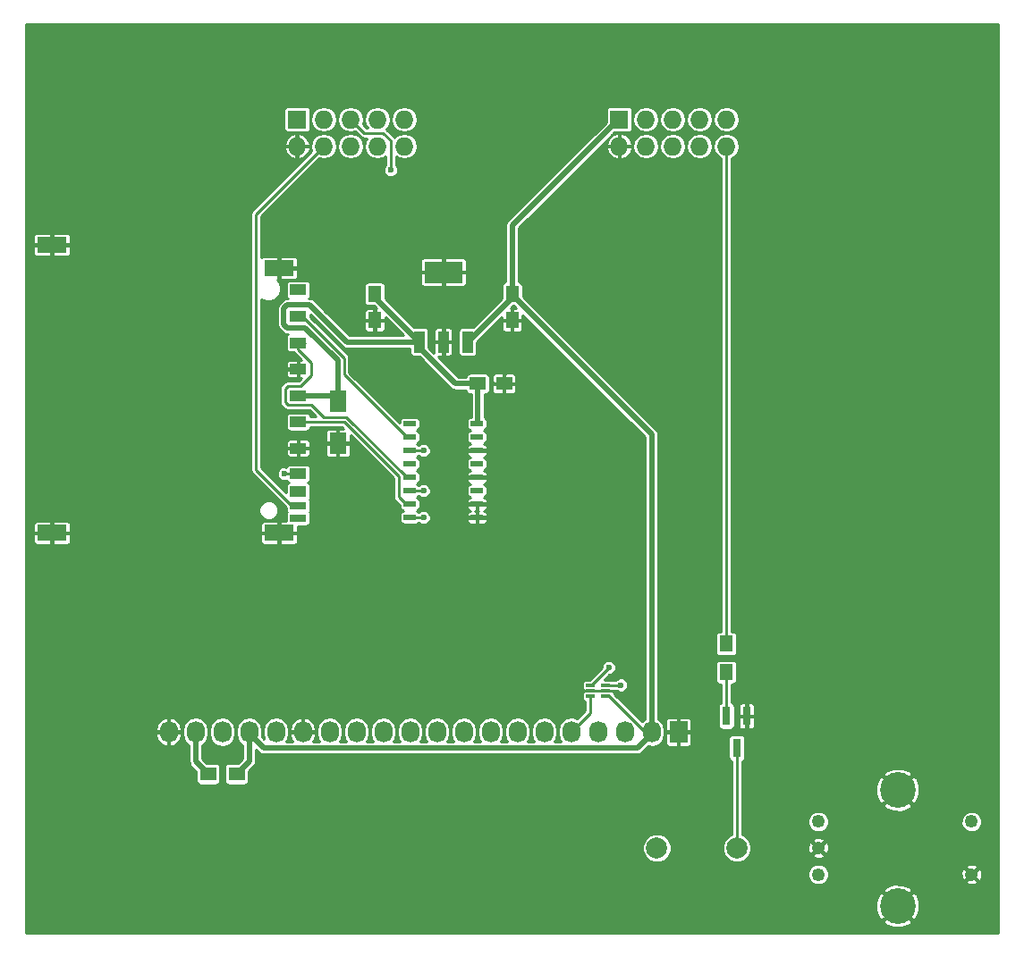
<source format=gbl>
G04 #@! TF.GenerationSoftware,KiCad,Pcbnew,(2016-12-15 revision b13c7e4)-master*
G04 #@! TF.CreationDate,2017-03-13T07:50:40-06:00*
G04 #@! TF.ProjectId,GLCD,474C43442E6B696361645F7063620000,0.7*
G04 #@! TF.FileFunction,Copper,L2,Bot,Signal*
G04 #@! TF.FilePolarity,Positive*
%FSLAX46Y46*%
G04 Gerber Fmt 4.6, Leading zero omitted, Abs format (unit mm)*
G04 Created by KiCad (PCBNEW (2016-12-15 revision b13c7e4)-master) date Mon Mar 13 07:50:40 2017*
%MOMM*%
%LPD*%
G01*
G04 APERTURE LIST*
%ADD10C,0.100000*%
%ADD11C,1.250000*%
%ADD12C,3.375000*%
%ADD13R,0.850000X0.300000*%
%ADD14R,1.501140X0.701040*%
%ADD15R,1.501140X1.000760*%
%ADD16R,2.799080X1.501140*%
%ADD17R,1.016000X2.032000*%
%ADD18R,3.657600X2.032000*%
%ADD19R,1.143000X0.508000*%
%ADD20R,1.250000X1.500000*%
%ADD21R,1.500000X1.250000*%
%ADD22R,1.300000X1.500000*%
%ADD23R,1.600000X2.000000*%
%ADD24R,0.800100X1.800860*%
%ADD25O,1.727200X2.032000*%
%ADD26R,1.727200X2.032000*%
%ADD27O,1.727200X1.727200*%
%ADD28R,1.727200X1.727200*%
%ADD29C,4.150000*%
%ADD30R,1.500000X1.300000*%
%ADD31C,2.000000*%
%ADD32C,0.600000*%
%ADD33C,0.250000*%
%ADD34C,0.500000*%
%ADD35C,0.254000*%
G04 APERTURE END LIST*
D10*
D11*
X172500000Y-129000000D03*
X172500000Y-131500000D03*
X172500000Y-134000000D03*
D12*
X180000000Y-126000000D03*
X180000000Y-137000000D03*
D11*
X187000000Y-134000000D03*
X187000000Y-129000000D03*
D13*
X150913000Y-116086000D03*
X150913000Y-116586000D03*
X150913000Y-117086000D03*
X152363000Y-117086000D03*
X152363000Y-116586000D03*
X152363000Y-116086000D03*
D14*
X123250700Y-100250420D03*
X123250700Y-99049000D03*
D15*
X123250700Y-81124220D03*
D16*
X121449840Y-76549680D03*
X121449840Y-101649960D03*
X99948740Y-74350040D03*
X99948740Y-101649960D03*
D15*
X123250700Y-78624860D03*
X123250700Y-97751060D03*
X123250700Y-96049260D03*
X123250700Y-93626100D03*
X123250700Y-91124200D03*
X123250700Y-88624840D03*
X123250700Y-86125480D03*
X123250700Y-83626120D03*
D17*
X139286000Y-83552000D03*
X134714000Y-83552000D03*
X137000000Y-83552000D03*
D18*
X137000000Y-76948000D03*
D19*
X133825000Y-92575000D03*
X140175000Y-91305000D03*
X140175000Y-92575000D03*
X140175000Y-93845000D03*
X140175000Y-95115000D03*
X140175000Y-96385000D03*
X140175000Y-97655000D03*
X140175000Y-98925000D03*
X140175000Y-100195000D03*
X133825000Y-100195000D03*
X133825000Y-98925000D03*
X133825000Y-97655000D03*
X133825000Y-96385000D03*
X133825000Y-95115000D03*
X133825000Y-93845000D03*
X133825000Y-91305000D03*
D20*
X143500000Y-81500000D03*
X143500000Y-79000000D03*
X130500000Y-81500000D03*
X130500000Y-79000000D03*
D21*
X142750000Y-87500000D03*
X140250000Y-87500000D03*
D22*
X163750000Y-114850000D03*
X163750000Y-112150000D03*
D23*
X127000000Y-93150000D03*
X127000000Y-89150000D03*
D24*
X164750000Y-122001140D03*
X165700000Y-118998860D03*
X163800000Y-118998860D03*
D25*
X110990000Y-120500000D03*
X113530000Y-120500000D03*
X116070000Y-120500000D03*
X118610000Y-120500000D03*
X121150000Y-120500000D03*
X123690000Y-120500000D03*
X126230000Y-120500000D03*
X128770000Y-120500000D03*
X131310000Y-120500000D03*
X133850000Y-120500000D03*
X136390000Y-120500000D03*
X138930000Y-120500000D03*
X141470000Y-120500000D03*
X144010000Y-120500000D03*
X146550000Y-120500000D03*
X149090000Y-120500000D03*
X151630000Y-120500000D03*
X154170000Y-120500000D03*
X156710000Y-120500000D03*
D26*
X159250000Y-120500000D03*
D27*
X133300000Y-65000000D03*
X133300000Y-62460000D03*
X130760000Y-65000000D03*
X130760000Y-62460000D03*
X128220000Y-65000000D03*
X128220000Y-62460000D03*
X125680000Y-65000000D03*
X125680000Y-62460000D03*
X123140000Y-65000000D03*
D28*
X123140000Y-62460000D03*
D29*
X99500000Y-55500000D03*
X187500000Y-120500000D03*
X99500000Y-120500000D03*
D30*
X114717840Y-124495560D03*
X117417840Y-124495560D03*
D31*
X164799840Y-131500000D03*
X157200160Y-131500000D03*
D29*
X187500000Y-55500000D03*
D27*
X163800000Y-65000000D03*
X163800000Y-62460000D03*
X161260000Y-65000000D03*
X161260000Y-62460000D03*
X158720000Y-65000000D03*
X158720000Y-62460000D03*
X156180000Y-65000000D03*
X156180000Y-62460000D03*
X153640000Y-65000000D03*
D28*
X153640000Y-62460000D03*
D32*
X121920000Y-96050100D03*
X135115300Y-100195380D03*
X135115300Y-93845380D03*
X135115300Y-97655380D03*
X132000000Y-67250000D03*
X153800000Y-116050000D03*
X152650000Y-114400000D03*
D33*
X152363000Y-116586000D02*
X152986000Y-116586000D01*
X152986000Y-116586000D02*
X153100000Y-116700000D01*
X150913000Y-116586000D02*
X150314000Y-116586000D01*
X150314000Y-116586000D02*
X150300000Y-116600000D01*
X150913000Y-116586000D02*
X152363000Y-116586000D01*
D34*
X126523900Y-93626100D02*
X127000000Y-93150000D01*
X123885532Y-82200000D02*
X127000000Y-85314468D01*
X127000000Y-85314468D02*
X127000000Y-89150000D01*
X122200000Y-82200000D02*
X123885532Y-82200000D01*
X121900000Y-81900000D02*
X122200000Y-82200000D01*
X121900000Y-80350000D02*
X121900000Y-81900000D01*
X122200000Y-80050000D02*
X121900000Y-80350000D01*
X124350000Y-80050000D02*
X122200000Y-80050000D01*
X127852000Y-83552000D02*
X124350000Y-80050000D01*
X134714000Y-83552000D02*
X127852000Y-83552000D01*
X134714000Y-84060000D02*
X138154000Y-87500000D01*
X139000000Y-87500000D02*
X140250000Y-87500000D01*
X138154000Y-87500000D02*
X139000000Y-87500000D01*
X140250000Y-87500000D02*
X140250000Y-91230000D01*
X130500000Y-79338000D02*
X134714000Y-83552000D01*
X134714000Y-83552000D02*
X134714000Y-84060000D01*
X123000510Y-88624840D02*
X123250700Y-88624840D01*
X130500000Y-79000000D02*
X130500000Y-79338000D01*
X140250000Y-91230000D02*
X140175000Y-91305000D01*
X123250700Y-88624840D02*
X126474840Y-88624840D01*
X126474840Y-88624840D02*
X127000000Y-89150000D01*
X153640000Y-62460000D02*
X153540000Y-62460000D01*
X153540000Y-62460000D02*
X143500000Y-72500000D01*
X143500000Y-72500000D02*
X143500000Y-77750000D01*
X143500000Y-77750000D02*
X143500000Y-79000000D01*
X143500000Y-79338000D02*
X139286000Y-83552000D01*
X143500000Y-79125000D02*
X156710000Y-92335000D01*
X156710000Y-92335000D02*
X156710000Y-118984000D01*
X143500000Y-79000000D02*
X143500000Y-79125000D01*
X143500000Y-79000000D02*
X143500000Y-79338000D01*
X156710000Y-118984000D02*
X156710000Y-120500000D01*
X118610000Y-120500000D02*
X118610000Y-123303400D01*
X118610000Y-123303400D02*
X117417840Y-124495560D01*
D33*
X156052000Y-120500000D02*
X152638000Y-117086000D01*
X156710000Y-120500000D02*
X156052000Y-120500000D01*
X152638000Y-117086000D02*
X152363000Y-117086000D01*
X152363000Y-117086000D02*
X152589348Y-117086000D01*
X156710000Y-120500000D02*
X156710000Y-120347600D01*
X156710000Y-120500000D02*
X156710000Y-119810000D01*
D34*
X118610000Y-120652400D02*
X119973600Y-122016000D01*
X155346400Y-122016000D02*
X156710000Y-120652400D01*
X119973600Y-122016000D02*
X155346400Y-122016000D01*
X118610000Y-120500000D02*
X118610000Y-120652400D01*
D33*
X125680000Y-65000000D02*
X119250000Y-71430000D01*
X119250000Y-95650000D02*
X122649000Y-99049000D01*
X119250000Y-71430000D02*
X119250000Y-95650000D01*
X122649000Y-99049000D02*
X123250700Y-99049000D01*
D34*
X113530000Y-120500000D02*
X113530000Y-123307720D01*
X113530000Y-123307720D02*
X114717840Y-124495560D01*
D33*
X163800000Y-65000000D02*
X163800000Y-112100000D01*
X163800000Y-112100000D02*
X163750000Y-112150000D01*
X163800000Y-112100000D02*
X163750000Y-112150000D01*
X163800000Y-111450000D02*
X163750000Y-112150000D01*
X163750000Y-114850000D02*
X163750000Y-118948860D01*
X163750000Y-118948860D02*
X163800000Y-118998860D01*
X163750000Y-118948860D02*
X163800000Y-118998860D01*
X164750000Y-122001140D02*
X164750000Y-131450160D01*
X164750000Y-131450160D02*
X164799840Y-131500000D01*
X122250000Y-89500000D02*
X124500000Y-89500000D01*
X124500000Y-89500000D02*
X125674190Y-90674190D01*
X125674190Y-90674190D02*
X127796690Y-90674190D01*
X127796690Y-90674190D02*
X133507500Y-96385000D01*
X133507500Y-96385000D02*
X133825000Y-96385000D01*
X122500000Y-89500000D02*
X122250000Y-89500000D01*
X122500000Y-89500000D02*
X123250000Y-89500000D01*
X123250700Y-84250000D02*
X123250700Y-83626120D01*
X124500000Y-85500000D02*
X123250700Y-84250700D01*
X123500000Y-87750000D02*
X124500000Y-86750000D01*
X122000000Y-88000000D02*
X122250000Y-87750000D01*
X123250700Y-84250700D02*
X123250700Y-84250000D01*
X124500000Y-86750000D02*
X124500000Y-85500000D01*
X122250000Y-87750000D02*
X123500000Y-87750000D01*
X122000000Y-89250000D02*
X122000000Y-88000000D01*
X122250000Y-89500000D02*
X122000000Y-89250000D01*
X123250700Y-83626120D02*
X123876120Y-83626120D01*
X133825000Y-98925000D02*
X133475000Y-98925000D01*
X133475000Y-98925000D02*
X132750000Y-98200000D01*
X132750000Y-98200000D02*
X132750000Y-96263910D01*
X132750000Y-96263910D02*
X127610290Y-91124200D01*
X127610290Y-91124200D02*
X123250700Y-91124200D01*
X133825000Y-98925000D02*
X133507500Y-98925000D01*
X123250700Y-81124220D02*
X123622938Y-81124220D01*
X123622938Y-81124220D02*
X127575010Y-85076292D01*
X127575010Y-85076292D02*
X127575010Y-86642510D01*
X133507500Y-92575000D02*
X133825000Y-92575000D01*
X127575010Y-86642510D02*
X133507500Y-92575000D01*
X121920840Y-96049260D02*
X121920000Y-96050100D01*
X123250700Y-96049260D02*
X121920840Y-96049260D01*
X135114920Y-100195000D02*
X135115300Y-100195380D01*
X133825000Y-100195000D02*
X135114920Y-100195000D01*
X135114920Y-93845000D02*
X135115300Y-93845380D01*
X133825000Y-93845000D02*
X135114920Y-93845000D01*
X135114920Y-97655000D02*
X135115300Y-97655380D01*
X133825000Y-97655000D02*
X135114920Y-97655000D01*
X128220000Y-62460000D02*
X129510000Y-63750000D01*
X131269130Y-63750000D02*
X132000000Y-64480870D01*
X129510000Y-63750000D02*
X131269130Y-63750000D01*
X132000000Y-64480870D02*
X132000000Y-67250000D01*
X152363000Y-116086000D02*
X153764000Y-116086000D01*
X153764000Y-116086000D02*
X153800000Y-116050000D01*
X150913000Y-117086000D02*
X150913000Y-118677000D01*
X150913000Y-118677000D02*
X149090000Y-120500000D01*
X150913000Y-116086000D02*
X150964000Y-116086000D01*
X150964000Y-116086000D02*
X152650000Y-114400000D01*
D35*
G36*
X189544000Y-139544000D02*
X97456000Y-139544000D01*
X97456000Y-138468147D01*
X178621656Y-138468147D01*
X178812281Y-138742788D01*
X179569627Y-139064646D01*
X180392493Y-139072181D01*
X181155606Y-138764246D01*
X181187719Y-138742788D01*
X181378344Y-138468147D01*
X180000000Y-137089803D01*
X178621656Y-138468147D01*
X97456000Y-138468147D01*
X97456000Y-137392493D01*
X177927819Y-137392493D01*
X178235754Y-138155606D01*
X178257212Y-138187719D01*
X178531853Y-138378344D01*
X179910197Y-137000000D01*
X180089803Y-137000000D01*
X181468147Y-138378344D01*
X181742788Y-138187719D01*
X182064646Y-137430373D01*
X182072181Y-136607507D01*
X181764246Y-135844394D01*
X181742788Y-135812281D01*
X181468147Y-135621656D01*
X180089803Y-137000000D01*
X179910197Y-137000000D01*
X178531853Y-135621656D01*
X178257212Y-135812281D01*
X177935354Y-136569627D01*
X177927819Y-137392493D01*
X97456000Y-137392493D01*
X97456000Y-135531853D01*
X178621656Y-135531853D01*
X180000000Y-136910197D01*
X181378344Y-135531853D01*
X181187719Y-135257212D01*
X180430373Y-134935354D01*
X179607507Y-134927819D01*
X178844394Y-135235754D01*
X178812281Y-135257212D01*
X178621656Y-135531853D01*
X97456000Y-135531853D01*
X97456000Y-134199228D01*
X171493825Y-134199228D01*
X171646657Y-134569109D01*
X171929403Y-134852348D01*
X172299016Y-135005825D01*
X172699228Y-135006175D01*
X173069109Y-134853343D01*
X173221416Y-134701301D01*
X186388501Y-134701301D01*
X186449633Y-134865549D01*
X186822758Y-135010279D01*
X187222867Y-135001203D01*
X187550367Y-134865549D01*
X187611499Y-134701301D01*
X187000000Y-134089803D01*
X186388501Y-134701301D01*
X173221416Y-134701301D01*
X173352348Y-134570597D01*
X173505825Y-134200984D01*
X173506155Y-133822758D01*
X185989721Y-133822758D01*
X185998797Y-134222867D01*
X186134451Y-134550367D01*
X186298699Y-134611499D01*
X186910197Y-134000000D01*
X187089803Y-134000000D01*
X187701301Y-134611499D01*
X187865549Y-134550367D01*
X188010279Y-134177242D01*
X188001203Y-133777133D01*
X187865549Y-133449633D01*
X187701301Y-133388501D01*
X187089803Y-134000000D01*
X186910197Y-134000000D01*
X186298699Y-133388501D01*
X186134451Y-133449633D01*
X185989721Y-133822758D01*
X173506155Y-133822758D01*
X173506175Y-133800772D01*
X173353343Y-133430891D01*
X173221382Y-133298699D01*
X186388501Y-133298699D01*
X187000000Y-133910197D01*
X187611499Y-133298699D01*
X187550367Y-133134451D01*
X187177242Y-132989721D01*
X186777133Y-132998797D01*
X186449633Y-133134451D01*
X186388501Y-133298699D01*
X173221382Y-133298699D01*
X173070597Y-133147652D01*
X172700984Y-132994175D01*
X172300772Y-132993825D01*
X171930891Y-133146657D01*
X171647652Y-133429403D01*
X171494175Y-133799016D01*
X171493825Y-134199228D01*
X97456000Y-134199228D01*
X97456000Y-131773493D01*
X155818921Y-131773493D01*
X156028723Y-132281251D01*
X156416865Y-132670072D01*
X156924257Y-132880759D01*
X157473653Y-132881239D01*
X157981411Y-132671437D01*
X158370232Y-132283295D01*
X158580919Y-131775903D01*
X158580921Y-131773493D01*
X163418601Y-131773493D01*
X163628403Y-132281251D01*
X164016545Y-132670072D01*
X164523937Y-132880759D01*
X165073333Y-132881239D01*
X165581091Y-132671437D01*
X165969912Y-132283295D01*
X166003958Y-132201301D01*
X171888501Y-132201301D01*
X171949633Y-132365549D01*
X172322758Y-132510279D01*
X172722867Y-132501203D01*
X173050367Y-132365549D01*
X173111499Y-132201301D01*
X172500000Y-131589803D01*
X171888501Y-132201301D01*
X166003958Y-132201301D01*
X166180599Y-131775903D01*
X166180994Y-131322758D01*
X171489721Y-131322758D01*
X171498797Y-131722867D01*
X171634451Y-132050367D01*
X171798699Y-132111499D01*
X172410197Y-131500000D01*
X172589803Y-131500000D01*
X173201301Y-132111499D01*
X173365549Y-132050367D01*
X173510279Y-131677242D01*
X173501203Y-131277133D01*
X173365549Y-130949633D01*
X173201301Y-130888501D01*
X172589803Y-131500000D01*
X172410197Y-131500000D01*
X171798699Y-130888501D01*
X171634451Y-130949633D01*
X171489721Y-131322758D01*
X166180994Y-131322758D01*
X166181079Y-131226507D01*
X166004312Y-130798699D01*
X171888501Y-130798699D01*
X172500000Y-131410197D01*
X173111499Y-130798699D01*
X173050367Y-130634451D01*
X172677242Y-130489721D01*
X172277133Y-130498797D01*
X171949633Y-130634451D01*
X171888501Y-130798699D01*
X166004312Y-130798699D01*
X165971277Y-130718749D01*
X165583135Y-130329928D01*
X165256000Y-130194090D01*
X165256000Y-129199228D01*
X171493825Y-129199228D01*
X171646657Y-129569109D01*
X171929403Y-129852348D01*
X172299016Y-130005825D01*
X172699228Y-130006175D01*
X173069109Y-129853343D01*
X173352348Y-129570597D01*
X173505825Y-129200984D01*
X173505826Y-129199228D01*
X185993825Y-129199228D01*
X186146657Y-129569109D01*
X186429403Y-129852348D01*
X186799016Y-130005825D01*
X187199228Y-130006175D01*
X187569109Y-129853343D01*
X187852348Y-129570597D01*
X188005825Y-129200984D01*
X188006175Y-128800772D01*
X187853343Y-128430891D01*
X187570597Y-128147652D01*
X187200984Y-127994175D01*
X186800772Y-127993825D01*
X186430891Y-128146657D01*
X186147652Y-128429403D01*
X185994175Y-128799016D01*
X185993825Y-129199228D01*
X173505826Y-129199228D01*
X173506175Y-128800772D01*
X173353343Y-128430891D01*
X173070597Y-128147652D01*
X172700984Y-127994175D01*
X172300772Y-127993825D01*
X171930891Y-128146657D01*
X171647652Y-128429403D01*
X171494175Y-128799016D01*
X171493825Y-129199228D01*
X165256000Y-129199228D01*
X165256000Y-127468147D01*
X178621656Y-127468147D01*
X178812281Y-127742788D01*
X179569627Y-128064646D01*
X180392493Y-128072181D01*
X181155606Y-127764246D01*
X181187719Y-127742788D01*
X181378344Y-127468147D01*
X180000000Y-126089803D01*
X178621656Y-127468147D01*
X165256000Y-127468147D01*
X165256000Y-126392493D01*
X177927819Y-126392493D01*
X178235754Y-127155606D01*
X178257212Y-127187719D01*
X178531853Y-127378344D01*
X179910197Y-126000000D01*
X180089803Y-126000000D01*
X181468147Y-127378344D01*
X181742788Y-127187719D01*
X182064646Y-126430373D01*
X182072181Y-125607507D01*
X181764246Y-124844394D01*
X181742788Y-124812281D01*
X181468147Y-124621656D01*
X180089803Y-126000000D01*
X179910197Y-126000000D01*
X178531853Y-124621656D01*
X178257212Y-124812281D01*
X177935354Y-125569627D01*
X177927819Y-126392493D01*
X165256000Y-126392493D01*
X165256000Y-124531853D01*
X178621656Y-124531853D01*
X180000000Y-125910197D01*
X181378344Y-124531853D01*
X181187719Y-124257212D01*
X180430373Y-123935354D01*
X179607507Y-123927819D01*
X178844394Y-124235754D01*
X178812281Y-124257212D01*
X178621656Y-124531853D01*
X165256000Y-124531853D01*
X165256000Y-123268959D01*
X165298709Y-123260464D01*
X165424736Y-123176256D01*
X165508944Y-123050229D01*
X165538514Y-122901570D01*
X165538514Y-121100710D01*
X165508944Y-120952051D01*
X165424736Y-120826024D01*
X165298709Y-120741816D01*
X165150050Y-120712246D01*
X164349950Y-120712246D01*
X164201291Y-120741816D01*
X164075264Y-120826024D01*
X163991056Y-120952051D01*
X163961486Y-121100710D01*
X163961486Y-122901570D01*
X163991056Y-123050229D01*
X164075264Y-123176256D01*
X164201291Y-123260464D01*
X164244000Y-123268959D01*
X164244000Y-130235425D01*
X164018589Y-130328563D01*
X163629768Y-130716705D01*
X163419081Y-131224097D01*
X163418601Y-131773493D01*
X158580921Y-131773493D01*
X158581399Y-131226507D01*
X158371597Y-130718749D01*
X157983455Y-130329928D01*
X157476063Y-130119241D01*
X156926667Y-130118761D01*
X156418909Y-130328563D01*
X156030088Y-130716705D01*
X155819401Y-131224097D01*
X155818921Y-131773493D01*
X97456000Y-131773493D01*
X97456000Y-120563500D01*
X109745400Y-120563500D01*
X109745400Y-120715900D01*
X109864440Y-121187354D01*
X110154836Y-121577366D01*
X110572378Y-121826561D01*
X110732837Y-121870142D01*
X110926500Y-121799995D01*
X110926500Y-120563500D01*
X111053500Y-120563500D01*
X111053500Y-121799995D01*
X111247163Y-121870142D01*
X111407622Y-121826561D01*
X111825164Y-121577366D01*
X112115560Y-121187354D01*
X112234600Y-120715900D01*
X112234600Y-120563500D01*
X111053500Y-120563500D01*
X110926500Y-120563500D01*
X109745400Y-120563500D01*
X97456000Y-120563500D01*
X97456000Y-120284100D01*
X109745400Y-120284100D01*
X109745400Y-120436500D01*
X110926500Y-120436500D01*
X110926500Y-119200005D01*
X111053500Y-119200005D01*
X111053500Y-120436500D01*
X112234600Y-120436500D01*
X112234600Y-120320231D01*
X112285400Y-120320231D01*
X112285400Y-120679769D01*
X112380140Y-121156057D01*
X112649935Y-121559834D01*
X112899000Y-121726254D01*
X112899000Y-123307720D01*
X112928713Y-123457096D01*
X112947032Y-123549193D01*
X113083816Y-123753904D01*
X113579376Y-124249464D01*
X113579376Y-125145560D01*
X113608946Y-125294219D01*
X113693154Y-125420246D01*
X113819181Y-125504454D01*
X113967840Y-125534024D01*
X115467840Y-125534024D01*
X115616499Y-125504454D01*
X115742526Y-125420246D01*
X115826734Y-125294219D01*
X115856304Y-125145560D01*
X115856304Y-123845560D01*
X116279376Y-123845560D01*
X116279376Y-125145560D01*
X116308946Y-125294219D01*
X116393154Y-125420246D01*
X116519181Y-125504454D01*
X116667840Y-125534024D01*
X118167840Y-125534024D01*
X118316499Y-125504454D01*
X118442526Y-125420246D01*
X118526734Y-125294219D01*
X118556304Y-125145560D01*
X118556304Y-124249464D01*
X119056184Y-123749584D01*
X119192968Y-123544873D01*
X119241000Y-123303400D01*
X119241000Y-122175769D01*
X119527416Y-122462185D01*
X119732127Y-122598968D01*
X119973600Y-122647000D01*
X155346400Y-122647000D01*
X155587873Y-122598968D01*
X155792584Y-122462184D01*
X156393379Y-121861389D01*
X156710000Y-121924369D01*
X157186288Y-121829629D01*
X157590065Y-121559834D01*
X157859860Y-121156057D01*
X157954600Y-120679769D01*
X157954600Y-120658750D01*
X158005400Y-120658750D01*
X158005400Y-121591786D01*
X158063404Y-121731820D01*
X158170581Y-121838996D01*
X158310615Y-121897000D01*
X159091250Y-121897000D01*
X159186500Y-121801750D01*
X159186500Y-120563500D01*
X159313500Y-120563500D01*
X159313500Y-121801750D01*
X159408750Y-121897000D01*
X160189385Y-121897000D01*
X160329419Y-121838996D01*
X160436596Y-121731820D01*
X160494600Y-121591786D01*
X160494600Y-120658750D01*
X160399350Y-120563500D01*
X159313500Y-120563500D01*
X159186500Y-120563500D01*
X158100650Y-120563500D01*
X158005400Y-120658750D01*
X157954600Y-120658750D01*
X157954600Y-120320231D01*
X157859860Y-119843943D01*
X157590065Y-119440166D01*
X157542246Y-119408214D01*
X158005400Y-119408214D01*
X158005400Y-120341250D01*
X158100650Y-120436500D01*
X159186500Y-120436500D01*
X159186500Y-119198250D01*
X159313500Y-119198250D01*
X159313500Y-120436500D01*
X160399350Y-120436500D01*
X160494600Y-120341250D01*
X160494600Y-119408214D01*
X160436596Y-119268180D01*
X160329419Y-119161004D01*
X160189385Y-119103000D01*
X159408750Y-119103000D01*
X159313500Y-119198250D01*
X159186500Y-119198250D01*
X159091250Y-119103000D01*
X158310615Y-119103000D01*
X158170581Y-119161004D01*
X158063404Y-119268180D01*
X158005400Y-119408214D01*
X157542246Y-119408214D01*
X157341000Y-119273746D01*
X157341000Y-114100000D01*
X162711536Y-114100000D01*
X162711536Y-115600000D01*
X162741106Y-115748659D01*
X162825314Y-115874686D01*
X162951341Y-115958894D01*
X163100000Y-115988464D01*
X163244000Y-115988464D01*
X163244000Y-117744408D01*
X163125264Y-117823744D01*
X163041056Y-117949771D01*
X163011486Y-118098430D01*
X163011486Y-119899290D01*
X163041056Y-120047949D01*
X163125264Y-120173976D01*
X163251291Y-120258184D01*
X163399950Y-120287754D01*
X164200050Y-120287754D01*
X164348709Y-120258184D01*
X164474736Y-120173976D01*
X164558944Y-120047949D01*
X164588514Y-119899290D01*
X164588514Y-119157610D01*
X164918950Y-119157610D01*
X164918950Y-119975075D01*
X164976954Y-120115109D01*
X165084130Y-120222286D01*
X165224164Y-120280290D01*
X165541250Y-120280290D01*
X165636500Y-120185040D01*
X165636500Y-119062360D01*
X165763500Y-119062360D01*
X165763500Y-120185040D01*
X165858750Y-120280290D01*
X166175836Y-120280290D01*
X166315870Y-120222286D01*
X166423046Y-120115109D01*
X166481050Y-119975075D01*
X166481050Y-119157610D01*
X166385800Y-119062360D01*
X165763500Y-119062360D01*
X165636500Y-119062360D01*
X165014200Y-119062360D01*
X164918950Y-119157610D01*
X164588514Y-119157610D01*
X164588514Y-118098430D01*
X164573440Y-118022645D01*
X164918950Y-118022645D01*
X164918950Y-118840110D01*
X165014200Y-118935360D01*
X165636500Y-118935360D01*
X165636500Y-117812680D01*
X165763500Y-117812680D01*
X165763500Y-118935360D01*
X166385800Y-118935360D01*
X166481050Y-118840110D01*
X166481050Y-118022645D01*
X166423046Y-117882611D01*
X166315870Y-117775434D01*
X166175836Y-117717430D01*
X165858750Y-117717430D01*
X165763500Y-117812680D01*
X165636500Y-117812680D01*
X165541250Y-117717430D01*
X165224164Y-117717430D01*
X165084130Y-117775434D01*
X164976954Y-117882611D01*
X164918950Y-118022645D01*
X164573440Y-118022645D01*
X164558944Y-117949771D01*
X164474736Y-117823744D01*
X164348709Y-117739536D01*
X164256000Y-117721095D01*
X164256000Y-115988464D01*
X164400000Y-115988464D01*
X164548659Y-115958894D01*
X164674686Y-115874686D01*
X164758894Y-115748659D01*
X164788464Y-115600000D01*
X164788464Y-114100000D01*
X164758894Y-113951341D01*
X164674686Y-113825314D01*
X164548659Y-113741106D01*
X164400000Y-113711536D01*
X163100000Y-113711536D01*
X162951341Y-113741106D01*
X162825314Y-113825314D01*
X162741106Y-113951341D01*
X162711536Y-114100000D01*
X157341000Y-114100000D01*
X157341000Y-92335000D01*
X157292968Y-92093527D01*
X157292968Y-92093526D01*
X157156184Y-91888816D01*
X144513464Y-79246096D01*
X144513464Y-78250000D01*
X144483894Y-78101341D01*
X144399686Y-77975314D01*
X144273659Y-77891106D01*
X144131000Y-77862729D01*
X144131000Y-72761368D01*
X151635205Y-65257163D01*
X152422258Y-65257163D01*
X152597079Y-65679235D01*
X152936399Y-66026640D01*
X153382836Y-66217748D01*
X153576500Y-66147735D01*
X153576500Y-65063500D01*
X153703500Y-65063500D01*
X153703500Y-66147735D01*
X153897164Y-66217748D01*
X154343601Y-66026640D01*
X154682921Y-65679235D01*
X154857742Y-65257163D01*
X154787595Y-65063500D01*
X153703500Y-65063500D01*
X153576500Y-65063500D01*
X152492405Y-65063500D01*
X152422258Y-65257163D01*
X151635205Y-65257163D01*
X151892368Y-65000000D01*
X154911017Y-65000000D01*
X155005757Y-65476288D01*
X155275552Y-65880065D01*
X155679329Y-66149860D01*
X156155617Y-66244600D01*
X156204383Y-66244600D01*
X156680671Y-66149860D01*
X157084448Y-65880065D01*
X157354243Y-65476288D01*
X157448983Y-65000000D01*
X157451017Y-65000000D01*
X157545757Y-65476288D01*
X157815552Y-65880065D01*
X158219329Y-66149860D01*
X158695617Y-66244600D01*
X158744383Y-66244600D01*
X159220671Y-66149860D01*
X159624448Y-65880065D01*
X159894243Y-65476288D01*
X159988983Y-65000000D01*
X159991017Y-65000000D01*
X160085757Y-65476288D01*
X160355552Y-65880065D01*
X160759329Y-66149860D01*
X161235617Y-66244600D01*
X161284383Y-66244600D01*
X161760671Y-66149860D01*
X162164448Y-65880065D01*
X162434243Y-65476288D01*
X162528983Y-65000000D01*
X162531017Y-65000000D01*
X162625757Y-65476288D01*
X162895552Y-65880065D01*
X163294000Y-66146299D01*
X163294000Y-111011536D01*
X163100000Y-111011536D01*
X162951341Y-111041106D01*
X162825314Y-111125314D01*
X162741106Y-111251341D01*
X162711536Y-111400000D01*
X162711536Y-112900000D01*
X162741106Y-113048659D01*
X162825314Y-113174686D01*
X162951341Y-113258894D01*
X163100000Y-113288464D01*
X164400000Y-113288464D01*
X164548659Y-113258894D01*
X164674686Y-113174686D01*
X164758894Y-113048659D01*
X164788464Y-112900000D01*
X164788464Y-111400000D01*
X164758894Y-111251341D01*
X164674686Y-111125314D01*
X164548659Y-111041106D01*
X164400000Y-111011536D01*
X164306000Y-111011536D01*
X164306000Y-66146299D01*
X164704448Y-65880065D01*
X164974243Y-65476288D01*
X165068983Y-65000000D01*
X164974243Y-64523712D01*
X164704448Y-64119935D01*
X164300671Y-63850140D01*
X163824383Y-63755400D01*
X163775617Y-63755400D01*
X163299329Y-63850140D01*
X162895552Y-64119935D01*
X162625757Y-64523712D01*
X162531017Y-65000000D01*
X162528983Y-65000000D01*
X162434243Y-64523712D01*
X162164448Y-64119935D01*
X161760671Y-63850140D01*
X161284383Y-63755400D01*
X161235617Y-63755400D01*
X160759329Y-63850140D01*
X160355552Y-64119935D01*
X160085757Y-64523712D01*
X159991017Y-65000000D01*
X159988983Y-65000000D01*
X159894243Y-64523712D01*
X159624448Y-64119935D01*
X159220671Y-63850140D01*
X158744383Y-63755400D01*
X158695617Y-63755400D01*
X158219329Y-63850140D01*
X157815552Y-64119935D01*
X157545757Y-64523712D01*
X157451017Y-65000000D01*
X157448983Y-65000000D01*
X157354243Y-64523712D01*
X157084448Y-64119935D01*
X156680671Y-63850140D01*
X156204383Y-63755400D01*
X156155617Y-63755400D01*
X155679329Y-63850140D01*
X155275552Y-64119935D01*
X155005757Y-64523712D01*
X154911017Y-65000000D01*
X151892368Y-65000000D01*
X152149531Y-64742837D01*
X152422258Y-64742837D01*
X152492405Y-64936500D01*
X153576500Y-64936500D01*
X153576500Y-63852265D01*
X153703500Y-63852265D01*
X153703500Y-64936500D01*
X154787595Y-64936500D01*
X154857742Y-64742837D01*
X154682921Y-64320765D01*
X154343601Y-63973360D01*
X153897164Y-63782252D01*
X153703500Y-63852265D01*
X153576500Y-63852265D01*
X153382836Y-63782252D01*
X152936399Y-63973360D01*
X152597079Y-64320765D01*
X152422258Y-64742837D01*
X152149531Y-64742837D01*
X153180304Y-63712064D01*
X154503600Y-63712064D01*
X154652259Y-63682494D01*
X154778286Y-63598286D01*
X154862494Y-63472259D01*
X154892064Y-63323600D01*
X154892064Y-62460000D01*
X154911017Y-62460000D01*
X155005757Y-62936288D01*
X155275552Y-63340065D01*
X155679329Y-63609860D01*
X156155617Y-63704600D01*
X156204383Y-63704600D01*
X156680671Y-63609860D01*
X157084448Y-63340065D01*
X157354243Y-62936288D01*
X157448983Y-62460000D01*
X157451017Y-62460000D01*
X157545757Y-62936288D01*
X157815552Y-63340065D01*
X158219329Y-63609860D01*
X158695617Y-63704600D01*
X158744383Y-63704600D01*
X159220671Y-63609860D01*
X159624448Y-63340065D01*
X159894243Y-62936288D01*
X159988983Y-62460000D01*
X159991017Y-62460000D01*
X160085757Y-62936288D01*
X160355552Y-63340065D01*
X160759329Y-63609860D01*
X161235617Y-63704600D01*
X161284383Y-63704600D01*
X161760671Y-63609860D01*
X162164448Y-63340065D01*
X162434243Y-62936288D01*
X162528983Y-62460000D01*
X162531017Y-62460000D01*
X162625757Y-62936288D01*
X162895552Y-63340065D01*
X163299329Y-63609860D01*
X163775617Y-63704600D01*
X163824383Y-63704600D01*
X164300671Y-63609860D01*
X164704448Y-63340065D01*
X164974243Y-62936288D01*
X165068983Y-62460000D01*
X164974243Y-61983712D01*
X164704448Y-61579935D01*
X164300671Y-61310140D01*
X163824383Y-61215400D01*
X163775617Y-61215400D01*
X163299329Y-61310140D01*
X162895552Y-61579935D01*
X162625757Y-61983712D01*
X162531017Y-62460000D01*
X162528983Y-62460000D01*
X162434243Y-61983712D01*
X162164448Y-61579935D01*
X161760671Y-61310140D01*
X161284383Y-61215400D01*
X161235617Y-61215400D01*
X160759329Y-61310140D01*
X160355552Y-61579935D01*
X160085757Y-61983712D01*
X159991017Y-62460000D01*
X159988983Y-62460000D01*
X159894243Y-61983712D01*
X159624448Y-61579935D01*
X159220671Y-61310140D01*
X158744383Y-61215400D01*
X158695617Y-61215400D01*
X158219329Y-61310140D01*
X157815552Y-61579935D01*
X157545757Y-61983712D01*
X157451017Y-62460000D01*
X157448983Y-62460000D01*
X157354243Y-61983712D01*
X157084448Y-61579935D01*
X156680671Y-61310140D01*
X156204383Y-61215400D01*
X156155617Y-61215400D01*
X155679329Y-61310140D01*
X155275552Y-61579935D01*
X155005757Y-61983712D01*
X154911017Y-62460000D01*
X154892064Y-62460000D01*
X154892064Y-61596400D01*
X154862494Y-61447741D01*
X154778286Y-61321714D01*
X154652259Y-61237506D01*
X154503600Y-61207936D01*
X152776400Y-61207936D01*
X152627741Y-61237506D01*
X152501714Y-61321714D01*
X152417506Y-61447741D01*
X152387936Y-61596400D01*
X152387936Y-62719696D01*
X143053816Y-72053816D01*
X142917032Y-72258527D01*
X142869000Y-72500000D01*
X142869000Y-77862729D01*
X142726341Y-77891106D01*
X142600314Y-77975314D01*
X142516106Y-78101341D01*
X142486536Y-78250000D01*
X142486536Y-79459096D01*
X139797416Y-82148216D01*
X139794000Y-82147536D01*
X138778000Y-82147536D01*
X138629341Y-82177106D01*
X138503314Y-82261314D01*
X138419106Y-82387341D01*
X138389536Y-82536000D01*
X138389536Y-84568000D01*
X138419106Y-84716659D01*
X138503314Y-84842686D01*
X138629341Y-84926894D01*
X138778000Y-84956464D01*
X139794000Y-84956464D01*
X139942659Y-84926894D01*
X140068686Y-84842686D01*
X140152894Y-84716659D01*
X140182464Y-84568000D01*
X140182464Y-83547904D01*
X142071618Y-81658750D01*
X142494000Y-81658750D01*
X142494000Y-82325786D01*
X142552004Y-82465820D01*
X142659181Y-82572996D01*
X142799215Y-82631000D01*
X143341250Y-82631000D01*
X143436500Y-82535750D01*
X143436500Y-81563500D01*
X143563500Y-81563500D01*
X143563500Y-82535750D01*
X143658750Y-82631000D01*
X144200785Y-82631000D01*
X144340819Y-82572996D01*
X144447996Y-82465820D01*
X144506000Y-82325786D01*
X144506000Y-81658750D01*
X144410750Y-81563500D01*
X143563500Y-81563500D01*
X143436500Y-81563500D01*
X142589250Y-81563500D01*
X142494000Y-81658750D01*
X142071618Y-81658750D01*
X142494000Y-81236368D01*
X142494000Y-81341250D01*
X142589250Y-81436500D01*
X143436500Y-81436500D01*
X143436500Y-80464250D01*
X143351309Y-80379059D01*
X143591904Y-80138464D01*
X143621096Y-80138464D01*
X143851632Y-80369000D01*
X143658750Y-80369000D01*
X143563500Y-80464250D01*
X143563500Y-81436500D01*
X144410750Y-81436500D01*
X144506000Y-81341250D01*
X144506000Y-81023368D01*
X156079000Y-92596368D01*
X156079000Y-119273746D01*
X155829935Y-119440166D01*
X155780998Y-119513406D01*
X153169728Y-116902136D01*
X153157351Y-116839910D01*
X153169000Y-116811786D01*
X153169000Y-116744750D01*
X153073752Y-116649502D01*
X153169000Y-116649502D01*
X153169000Y-116592000D01*
X153378815Y-116592000D01*
X153413741Y-116626987D01*
X153663946Y-116730882D01*
X153934865Y-116731118D01*
X154185252Y-116627661D01*
X154376987Y-116436259D01*
X154480882Y-116186054D01*
X154481118Y-115915135D01*
X154377661Y-115664748D01*
X154186259Y-115473013D01*
X153936054Y-115369118D01*
X153665135Y-115368882D01*
X153414748Y-115472339D01*
X153306900Y-115580000D01*
X152940990Y-115580000D01*
X152936659Y-115577106D01*
X152788000Y-115547536D01*
X152218056Y-115547536D01*
X152684561Y-115081031D01*
X152784865Y-115081118D01*
X153035252Y-114977661D01*
X153226987Y-114786259D01*
X153330882Y-114536054D01*
X153331118Y-114265135D01*
X153227661Y-114014748D01*
X153036259Y-113823013D01*
X152786054Y-113719118D01*
X152515135Y-113718882D01*
X152264748Y-113822339D01*
X152073013Y-114013741D01*
X151969118Y-114263946D01*
X151969030Y-114365378D01*
X150786872Y-115547536D01*
X150488000Y-115547536D01*
X150339341Y-115577106D01*
X150213314Y-115661314D01*
X150129106Y-115787341D01*
X150099536Y-115936000D01*
X150099536Y-116236000D01*
X150118649Y-116332090D01*
X150107000Y-116360214D01*
X150107000Y-116427250D01*
X150202250Y-116522500D01*
X150230995Y-116522500D01*
X150326030Y-116586000D01*
X150230995Y-116649500D01*
X150202250Y-116649500D01*
X150107000Y-116744750D01*
X150107000Y-116811786D01*
X150118649Y-116839910D01*
X150099536Y-116936000D01*
X150099536Y-117236000D01*
X150129106Y-117384659D01*
X150213314Y-117510686D01*
X150339341Y-117594894D01*
X150407000Y-117608352D01*
X150407000Y-118467408D01*
X149648863Y-119225545D01*
X149566288Y-119170371D01*
X149090000Y-119075631D01*
X148613712Y-119170371D01*
X148209935Y-119440166D01*
X147940140Y-119843943D01*
X147845400Y-120320231D01*
X147845400Y-120679769D01*
X147940140Y-121156057D01*
X148093115Y-121385000D01*
X147546885Y-121385000D01*
X147699860Y-121156057D01*
X147794600Y-120679769D01*
X147794600Y-120320231D01*
X147699860Y-119843943D01*
X147430065Y-119440166D01*
X147026288Y-119170371D01*
X146550000Y-119075631D01*
X146073712Y-119170371D01*
X145669935Y-119440166D01*
X145400140Y-119843943D01*
X145305400Y-120320231D01*
X145305400Y-120679769D01*
X145400140Y-121156057D01*
X145553115Y-121385000D01*
X145006885Y-121385000D01*
X145159860Y-121156057D01*
X145254600Y-120679769D01*
X145254600Y-120320231D01*
X145159860Y-119843943D01*
X144890065Y-119440166D01*
X144486288Y-119170371D01*
X144010000Y-119075631D01*
X143533712Y-119170371D01*
X143129935Y-119440166D01*
X142860140Y-119843943D01*
X142765400Y-120320231D01*
X142765400Y-120679769D01*
X142860140Y-121156057D01*
X143013115Y-121385000D01*
X142466885Y-121385000D01*
X142619860Y-121156057D01*
X142714600Y-120679769D01*
X142714600Y-120320231D01*
X142619860Y-119843943D01*
X142350065Y-119440166D01*
X141946288Y-119170371D01*
X141470000Y-119075631D01*
X140993712Y-119170371D01*
X140589935Y-119440166D01*
X140320140Y-119843943D01*
X140225400Y-120320231D01*
X140225400Y-120679769D01*
X140320140Y-121156057D01*
X140473115Y-121385000D01*
X139926885Y-121385000D01*
X140079860Y-121156057D01*
X140174600Y-120679769D01*
X140174600Y-120320231D01*
X140079860Y-119843943D01*
X139810065Y-119440166D01*
X139406288Y-119170371D01*
X138930000Y-119075631D01*
X138453712Y-119170371D01*
X138049935Y-119440166D01*
X137780140Y-119843943D01*
X137685400Y-120320231D01*
X137685400Y-120679769D01*
X137780140Y-121156057D01*
X137933115Y-121385000D01*
X137386885Y-121385000D01*
X137539860Y-121156057D01*
X137634600Y-120679769D01*
X137634600Y-120320231D01*
X137539860Y-119843943D01*
X137270065Y-119440166D01*
X136866288Y-119170371D01*
X136390000Y-119075631D01*
X135913712Y-119170371D01*
X135509935Y-119440166D01*
X135240140Y-119843943D01*
X135145400Y-120320231D01*
X135145400Y-120679769D01*
X135240140Y-121156057D01*
X135393115Y-121385000D01*
X134846885Y-121385000D01*
X134999860Y-121156057D01*
X135094600Y-120679769D01*
X135094600Y-120320231D01*
X134999860Y-119843943D01*
X134730065Y-119440166D01*
X134326288Y-119170371D01*
X133850000Y-119075631D01*
X133373712Y-119170371D01*
X132969935Y-119440166D01*
X132700140Y-119843943D01*
X132605400Y-120320231D01*
X132605400Y-120679769D01*
X132700140Y-121156057D01*
X132853115Y-121385000D01*
X132306885Y-121385000D01*
X132459860Y-121156057D01*
X132554600Y-120679769D01*
X132554600Y-120320231D01*
X132459860Y-119843943D01*
X132190065Y-119440166D01*
X131786288Y-119170371D01*
X131310000Y-119075631D01*
X130833712Y-119170371D01*
X130429935Y-119440166D01*
X130160140Y-119843943D01*
X130065400Y-120320231D01*
X130065400Y-120679769D01*
X130160140Y-121156057D01*
X130313115Y-121385000D01*
X129766885Y-121385000D01*
X129919860Y-121156057D01*
X130014600Y-120679769D01*
X130014600Y-120320231D01*
X129919860Y-119843943D01*
X129650065Y-119440166D01*
X129246288Y-119170371D01*
X128770000Y-119075631D01*
X128293712Y-119170371D01*
X127889935Y-119440166D01*
X127620140Y-119843943D01*
X127525400Y-120320231D01*
X127525400Y-120679769D01*
X127620140Y-121156057D01*
X127773115Y-121385000D01*
X127226885Y-121385000D01*
X127379860Y-121156057D01*
X127474600Y-120679769D01*
X127474600Y-120320231D01*
X127379860Y-119843943D01*
X127110065Y-119440166D01*
X126706288Y-119170371D01*
X126230000Y-119075631D01*
X125753712Y-119170371D01*
X125349935Y-119440166D01*
X125080140Y-119843943D01*
X124985400Y-120320231D01*
X124985400Y-120679769D01*
X125080140Y-121156057D01*
X125233115Y-121385000D01*
X124668396Y-121385000D01*
X124815560Y-121187354D01*
X124934600Y-120715900D01*
X124934600Y-120563500D01*
X123753500Y-120563500D01*
X123753500Y-120583500D01*
X123626500Y-120583500D01*
X123626500Y-120563500D01*
X122445400Y-120563500D01*
X122445400Y-120715900D01*
X122564440Y-121187354D01*
X122711604Y-121385000D01*
X122146885Y-121385000D01*
X122299860Y-121156057D01*
X122394600Y-120679769D01*
X122394600Y-120320231D01*
X122387414Y-120284100D01*
X122445400Y-120284100D01*
X122445400Y-120436500D01*
X123626500Y-120436500D01*
X123626500Y-119200005D01*
X123753500Y-119200005D01*
X123753500Y-120436500D01*
X124934600Y-120436500D01*
X124934600Y-120284100D01*
X124815560Y-119812646D01*
X124525164Y-119422634D01*
X124107622Y-119173439D01*
X123947163Y-119129858D01*
X123753500Y-119200005D01*
X123626500Y-119200005D01*
X123432837Y-119129858D01*
X123272378Y-119173439D01*
X122854836Y-119422634D01*
X122564440Y-119812646D01*
X122445400Y-120284100D01*
X122387414Y-120284100D01*
X122299860Y-119843943D01*
X122030065Y-119440166D01*
X121626288Y-119170371D01*
X121150000Y-119075631D01*
X120673712Y-119170371D01*
X120269935Y-119440166D01*
X120000140Y-119843943D01*
X119905400Y-120320231D01*
X119905400Y-120679769D01*
X119998679Y-121148710D01*
X119800702Y-120950733D01*
X119854600Y-120679769D01*
X119854600Y-120320231D01*
X119759860Y-119843943D01*
X119490065Y-119440166D01*
X119086288Y-119170371D01*
X118610000Y-119075631D01*
X118133712Y-119170371D01*
X117729935Y-119440166D01*
X117460140Y-119843943D01*
X117365400Y-120320231D01*
X117365400Y-120679769D01*
X117460140Y-121156057D01*
X117729935Y-121559834D01*
X117979000Y-121726254D01*
X117979000Y-123042032D01*
X117563936Y-123457096D01*
X116667840Y-123457096D01*
X116519181Y-123486666D01*
X116393154Y-123570874D01*
X116308946Y-123696901D01*
X116279376Y-123845560D01*
X115856304Y-123845560D01*
X115826734Y-123696901D01*
X115742526Y-123570874D01*
X115616499Y-123486666D01*
X115467840Y-123457096D01*
X114571745Y-123457096D01*
X114161000Y-123046352D01*
X114161000Y-121726254D01*
X114410065Y-121559834D01*
X114679860Y-121156057D01*
X114774600Y-120679769D01*
X114774600Y-120320231D01*
X114825400Y-120320231D01*
X114825400Y-120679769D01*
X114920140Y-121156057D01*
X115189935Y-121559834D01*
X115593712Y-121829629D01*
X116070000Y-121924369D01*
X116546288Y-121829629D01*
X116950065Y-121559834D01*
X117219860Y-121156057D01*
X117314600Y-120679769D01*
X117314600Y-120320231D01*
X117219860Y-119843943D01*
X116950065Y-119440166D01*
X116546288Y-119170371D01*
X116070000Y-119075631D01*
X115593712Y-119170371D01*
X115189935Y-119440166D01*
X114920140Y-119843943D01*
X114825400Y-120320231D01*
X114774600Y-120320231D01*
X114679860Y-119843943D01*
X114410065Y-119440166D01*
X114006288Y-119170371D01*
X113530000Y-119075631D01*
X113053712Y-119170371D01*
X112649935Y-119440166D01*
X112380140Y-119843943D01*
X112285400Y-120320231D01*
X112234600Y-120320231D01*
X112234600Y-120284100D01*
X112115560Y-119812646D01*
X111825164Y-119422634D01*
X111407622Y-119173439D01*
X111247163Y-119129858D01*
X111053500Y-119200005D01*
X110926500Y-119200005D01*
X110732837Y-119129858D01*
X110572378Y-119173439D01*
X110154836Y-119422634D01*
X109864440Y-119812646D01*
X109745400Y-120284100D01*
X97456000Y-120284100D01*
X97456000Y-101808710D01*
X98168200Y-101808710D01*
X98168200Y-102476316D01*
X98226204Y-102616350D01*
X98333381Y-102723526D01*
X98473415Y-102781530D01*
X99789990Y-102781530D01*
X99885240Y-102686280D01*
X99885240Y-101713460D01*
X100012240Y-101713460D01*
X100012240Y-102686280D01*
X100107490Y-102781530D01*
X101424065Y-102781530D01*
X101564099Y-102723526D01*
X101671276Y-102616350D01*
X101729280Y-102476316D01*
X101729280Y-101808710D01*
X119669300Y-101808710D01*
X119669300Y-102476316D01*
X119727304Y-102616350D01*
X119834481Y-102723526D01*
X119974515Y-102781530D01*
X121291090Y-102781530D01*
X121386340Y-102686280D01*
X121386340Y-101713460D01*
X121513340Y-101713460D01*
X121513340Y-102686280D01*
X121608590Y-102781530D01*
X122925165Y-102781530D01*
X123065199Y-102723526D01*
X123172376Y-102616350D01*
X123230380Y-102476316D01*
X123230380Y-101808710D01*
X123135130Y-101713460D01*
X121513340Y-101713460D01*
X121386340Y-101713460D01*
X119764550Y-101713460D01*
X119669300Y-101808710D01*
X101729280Y-101808710D01*
X101634030Y-101713460D01*
X100012240Y-101713460D01*
X99885240Y-101713460D01*
X98263450Y-101713460D01*
X98168200Y-101808710D01*
X97456000Y-101808710D01*
X97456000Y-100823604D01*
X98168200Y-100823604D01*
X98168200Y-101491210D01*
X98263450Y-101586460D01*
X99885240Y-101586460D01*
X99885240Y-100613640D01*
X100012240Y-100613640D01*
X100012240Y-101586460D01*
X101634030Y-101586460D01*
X101729280Y-101491210D01*
X101729280Y-100823604D01*
X119669300Y-100823604D01*
X119669300Y-101491210D01*
X119764550Y-101586460D01*
X121386340Y-101586460D01*
X121386340Y-100613640D01*
X121291090Y-100518390D01*
X119974515Y-100518390D01*
X119834481Y-100576394D01*
X119727304Y-100683570D01*
X119669300Y-100823604D01*
X101729280Y-100823604D01*
X101671276Y-100683570D01*
X101564099Y-100576394D01*
X101424065Y-100518390D01*
X100107490Y-100518390D01*
X100012240Y-100613640D01*
X99885240Y-100613640D01*
X99789990Y-100518390D01*
X98473415Y-100518390D01*
X98333381Y-100576394D01*
X98226204Y-100683570D01*
X98168200Y-100823604D01*
X97456000Y-100823604D01*
X97456000Y-99684723D01*
X119521819Y-99684723D01*
X119662665Y-100025594D01*
X119923234Y-100286619D01*
X120263859Y-100428059D01*
X120632683Y-100428381D01*
X120973554Y-100287535D01*
X121234579Y-100026966D01*
X121376019Y-99686341D01*
X121376341Y-99317517D01*
X121235495Y-98976646D01*
X120974926Y-98715621D01*
X120634301Y-98574181D01*
X120265477Y-98573859D01*
X119924606Y-98714705D01*
X119663581Y-98975274D01*
X119522141Y-99315899D01*
X119521819Y-99684723D01*
X97456000Y-99684723D01*
X97456000Y-74508790D01*
X98168200Y-74508790D01*
X98168200Y-75176396D01*
X98226204Y-75316430D01*
X98333381Y-75423606D01*
X98473415Y-75481610D01*
X99789990Y-75481610D01*
X99885240Y-75386360D01*
X99885240Y-74413540D01*
X100012240Y-74413540D01*
X100012240Y-75386360D01*
X100107490Y-75481610D01*
X101424065Y-75481610D01*
X101564099Y-75423606D01*
X101671276Y-75316430D01*
X101729280Y-75176396D01*
X101729280Y-74508790D01*
X101634030Y-74413540D01*
X100012240Y-74413540D01*
X99885240Y-74413540D01*
X98263450Y-74413540D01*
X98168200Y-74508790D01*
X97456000Y-74508790D01*
X97456000Y-73523684D01*
X98168200Y-73523684D01*
X98168200Y-74191290D01*
X98263450Y-74286540D01*
X99885240Y-74286540D01*
X99885240Y-73313720D01*
X100012240Y-73313720D01*
X100012240Y-74286540D01*
X101634030Y-74286540D01*
X101729280Y-74191290D01*
X101729280Y-73523684D01*
X101671276Y-73383650D01*
X101564099Y-73276474D01*
X101424065Y-73218470D01*
X100107490Y-73218470D01*
X100012240Y-73313720D01*
X99885240Y-73313720D01*
X99789990Y-73218470D01*
X98473415Y-73218470D01*
X98333381Y-73276474D01*
X98226204Y-73383650D01*
X98168200Y-73523684D01*
X97456000Y-73523684D01*
X97456000Y-71430000D01*
X118744000Y-71430000D01*
X118744000Y-95650000D01*
X118782517Y-95843638D01*
X118892204Y-96007796D01*
X122111666Y-99227258D01*
X122111666Y-99399520D01*
X122141236Y-99548179D01*
X122209076Y-99649710D01*
X122141236Y-99751241D01*
X122111666Y-99899900D01*
X122111666Y-100518390D01*
X121608590Y-100518390D01*
X121513340Y-100613640D01*
X121513340Y-101586460D01*
X123135130Y-101586460D01*
X123230380Y-101491210D01*
X123230380Y-100989404D01*
X124001270Y-100989404D01*
X124149929Y-100959834D01*
X124275956Y-100875626D01*
X124360164Y-100749599D01*
X124389734Y-100600940D01*
X124389734Y-99899900D01*
X124360164Y-99751241D01*
X124292324Y-99649710D01*
X124360164Y-99548179D01*
X124389734Y-99399520D01*
X124389734Y-98698480D01*
X124360164Y-98549821D01*
X124310144Y-98474960D01*
X124360164Y-98400099D01*
X124389734Y-98251440D01*
X124389734Y-97250680D01*
X124360164Y-97102021D01*
X124275956Y-96975994D01*
X124162462Y-96900160D01*
X124275956Y-96824326D01*
X124360164Y-96698299D01*
X124389734Y-96549640D01*
X124389734Y-95548880D01*
X124360164Y-95400221D01*
X124275956Y-95274194D01*
X124149929Y-95189986D01*
X124001270Y-95160416D01*
X122500130Y-95160416D01*
X122351471Y-95189986D01*
X122225444Y-95274194D01*
X122141236Y-95400221D01*
X122140433Y-95404256D01*
X122056054Y-95369218D01*
X121785135Y-95368982D01*
X121534748Y-95472439D01*
X121343013Y-95663841D01*
X121239118Y-95914046D01*
X121238882Y-96184965D01*
X121342339Y-96435352D01*
X121533741Y-96627087D01*
X121783946Y-96730982D01*
X122054865Y-96731218D01*
X122140727Y-96695741D01*
X122141236Y-96698299D01*
X122225444Y-96824326D01*
X122338938Y-96900160D01*
X122225444Y-96975994D01*
X122141236Y-97102021D01*
X122111666Y-97250680D01*
X122111666Y-97796074D01*
X119756000Y-95440408D01*
X119756000Y-93784850D01*
X122119130Y-93784850D01*
X122119130Y-94202266D01*
X122177134Y-94342300D01*
X122284311Y-94449476D01*
X122424345Y-94507480D01*
X123091950Y-94507480D01*
X123187200Y-94412230D01*
X123187200Y-93689600D01*
X123314200Y-93689600D01*
X123314200Y-94412230D01*
X123409450Y-94507480D01*
X124077055Y-94507480D01*
X124217089Y-94449476D01*
X124324266Y-94342300D01*
X124382270Y-94202266D01*
X124382270Y-93784850D01*
X124287020Y-93689600D01*
X123314200Y-93689600D01*
X123187200Y-93689600D01*
X122214380Y-93689600D01*
X122119130Y-93784850D01*
X119756000Y-93784850D01*
X119756000Y-93049934D01*
X122119130Y-93049934D01*
X122119130Y-93467350D01*
X122214380Y-93562600D01*
X123187200Y-93562600D01*
X123187200Y-92839970D01*
X123314200Y-92839970D01*
X123314200Y-93562600D01*
X124287020Y-93562600D01*
X124382270Y-93467350D01*
X124382270Y-93308750D01*
X125819000Y-93308750D01*
X125819000Y-94225786D01*
X125877004Y-94365820D01*
X125984181Y-94472996D01*
X126124215Y-94531000D01*
X126841250Y-94531000D01*
X126936500Y-94435750D01*
X126936500Y-93213500D01*
X127063500Y-93213500D01*
X127063500Y-94435750D01*
X127158750Y-94531000D01*
X127875785Y-94531000D01*
X128015819Y-94472996D01*
X128122996Y-94365820D01*
X128181000Y-94225786D01*
X128181000Y-93308750D01*
X128085750Y-93213500D01*
X127063500Y-93213500D01*
X126936500Y-93213500D01*
X125914250Y-93213500D01*
X125819000Y-93308750D01*
X124382270Y-93308750D01*
X124382270Y-93049934D01*
X124324266Y-92909900D01*
X124217089Y-92802724D01*
X124077055Y-92744720D01*
X123409450Y-92744720D01*
X123314200Y-92839970D01*
X123187200Y-92839970D01*
X123091950Y-92744720D01*
X122424345Y-92744720D01*
X122284311Y-92802724D01*
X122177134Y-92909900D01*
X122119130Y-93049934D01*
X119756000Y-93049934D01*
X119756000Y-92074214D01*
X125819000Y-92074214D01*
X125819000Y-92991250D01*
X125914250Y-93086500D01*
X126936500Y-93086500D01*
X126936500Y-91864250D01*
X126841250Y-91769000D01*
X126124215Y-91769000D01*
X125984181Y-91827004D01*
X125877004Y-91934180D01*
X125819000Y-92074214D01*
X119756000Y-92074214D01*
X119756000Y-86284230D01*
X122119130Y-86284230D01*
X122119130Y-86701646D01*
X122177134Y-86841680D01*
X122284311Y-86948856D01*
X122424345Y-87006860D01*
X123091950Y-87006860D01*
X123187200Y-86911610D01*
X123187200Y-86188980D01*
X122214380Y-86188980D01*
X122119130Y-86284230D01*
X119756000Y-86284230D01*
X119756000Y-85549314D01*
X122119130Y-85549314D01*
X122119130Y-85966730D01*
X122214380Y-86061980D01*
X123187200Y-86061980D01*
X123187200Y-85339350D01*
X123091950Y-85244100D01*
X122424345Y-85244100D01*
X122284311Y-85302104D01*
X122177134Y-85409280D01*
X122119130Y-85549314D01*
X119756000Y-85549314D01*
X119756000Y-80350000D01*
X121269000Y-80350000D01*
X121269000Y-81900000D01*
X121291490Y-82013064D01*
X121317032Y-82141473D01*
X121453816Y-82346184D01*
X121753816Y-82646184D01*
X121958527Y-82782968D01*
X122200000Y-82831000D01*
X122255457Y-82831000D01*
X122225444Y-82851054D01*
X122141236Y-82977081D01*
X122111666Y-83125740D01*
X122111666Y-84126500D01*
X122141236Y-84275159D01*
X122225444Y-84401186D01*
X122351471Y-84485394D01*
X122500130Y-84514964D01*
X122830408Y-84514964D01*
X122892904Y-84608496D01*
X123528508Y-85244100D01*
X123409450Y-85244100D01*
X123314200Y-85339350D01*
X123314200Y-86061980D01*
X123334200Y-86061980D01*
X123334200Y-86188980D01*
X123314200Y-86188980D01*
X123314200Y-86911610D01*
X123409450Y-87006860D01*
X123527548Y-87006860D01*
X123290408Y-87244000D01*
X122250000Y-87244000D01*
X122056362Y-87282517D01*
X121892204Y-87392204D01*
X121642204Y-87642204D01*
X121532517Y-87806362D01*
X121494000Y-88000000D01*
X121494000Y-89250000D01*
X121532517Y-89443638D01*
X121642204Y-89607796D01*
X121892204Y-89857796D01*
X122056362Y-89967483D01*
X122250000Y-90006000D01*
X124290408Y-90006000D01*
X124902608Y-90618200D01*
X124388616Y-90618200D01*
X124360164Y-90475161D01*
X124275956Y-90349134D01*
X124149929Y-90264926D01*
X124001270Y-90235356D01*
X122500130Y-90235356D01*
X122351471Y-90264926D01*
X122225444Y-90349134D01*
X122141236Y-90475161D01*
X122111666Y-90623820D01*
X122111666Y-91624580D01*
X122141236Y-91773239D01*
X122225444Y-91899266D01*
X122351471Y-91983474D01*
X122500130Y-92013044D01*
X124001270Y-92013044D01*
X124149929Y-91983474D01*
X124275956Y-91899266D01*
X124360164Y-91773239D01*
X124388616Y-91630200D01*
X127400698Y-91630200D01*
X127539498Y-91769000D01*
X127158750Y-91769000D01*
X127063500Y-91864250D01*
X127063500Y-93086500D01*
X128085750Y-93086500D01*
X128181000Y-92991250D01*
X128181000Y-92410502D01*
X132244000Y-96473502D01*
X132244000Y-98200000D01*
X132282517Y-98393638D01*
X132392204Y-98557796D01*
X132865036Y-99030628D01*
X132865036Y-99179000D01*
X132894606Y-99327659D01*
X132978814Y-99453686D01*
X133104841Y-99537894D01*
X133215976Y-99560000D01*
X133104841Y-99582106D01*
X132978814Y-99666314D01*
X132894606Y-99792341D01*
X132865036Y-99941000D01*
X132865036Y-100449000D01*
X132894606Y-100597659D01*
X132978814Y-100723686D01*
X133104841Y-100807894D01*
X133253500Y-100837464D01*
X134396500Y-100837464D01*
X134545159Y-100807894D01*
X134671186Y-100723686D01*
X134674898Y-100718130D01*
X134729041Y-100772367D01*
X134979246Y-100876262D01*
X135250165Y-100876498D01*
X135500552Y-100773041D01*
X135692287Y-100581639D01*
X135786915Y-100353750D01*
X139222500Y-100353750D01*
X139222500Y-100524786D01*
X139280504Y-100664820D01*
X139387681Y-100771996D01*
X139527715Y-100830000D01*
X140016250Y-100830000D01*
X140111500Y-100734750D01*
X140111500Y-100258500D01*
X140238500Y-100258500D01*
X140238500Y-100734750D01*
X140333750Y-100830000D01*
X140822285Y-100830000D01*
X140962319Y-100771996D01*
X141069496Y-100664820D01*
X141127500Y-100524786D01*
X141127500Y-100353750D01*
X141032250Y-100258500D01*
X140238500Y-100258500D01*
X140111500Y-100258500D01*
X139317750Y-100258500D01*
X139222500Y-100353750D01*
X135786915Y-100353750D01*
X135796182Y-100331434D01*
X135796418Y-100060515D01*
X135692961Y-99810128D01*
X135501559Y-99618393D01*
X135251354Y-99514498D01*
X134980435Y-99514262D01*
X134730048Y-99617719D01*
X134675260Y-99672412D01*
X134671186Y-99666314D01*
X134545159Y-99582106D01*
X134434024Y-99560000D01*
X134545159Y-99537894D01*
X134671186Y-99453686D01*
X134755394Y-99327659D01*
X134784964Y-99179000D01*
X134784964Y-99083750D01*
X139222500Y-99083750D01*
X139222500Y-99254786D01*
X139280504Y-99394820D01*
X139387681Y-99501996D01*
X139527715Y-99560000D01*
X139387681Y-99618004D01*
X139280504Y-99725180D01*
X139222500Y-99865214D01*
X139222500Y-100036250D01*
X139317750Y-100131500D01*
X140111500Y-100131500D01*
X140111500Y-99655250D01*
X140016250Y-99560000D01*
X140111500Y-99464750D01*
X140111500Y-98988500D01*
X140238500Y-98988500D01*
X140238500Y-99464750D01*
X140333750Y-99560000D01*
X140238500Y-99655250D01*
X140238500Y-100131500D01*
X141032250Y-100131500D01*
X141127500Y-100036250D01*
X141127500Y-99865214D01*
X141069496Y-99725180D01*
X140962319Y-99618004D01*
X140822285Y-99560000D01*
X140962319Y-99501996D01*
X141069496Y-99394820D01*
X141127500Y-99254786D01*
X141127500Y-99083750D01*
X141032250Y-98988500D01*
X140238500Y-98988500D01*
X140111500Y-98988500D01*
X139317750Y-98988500D01*
X139222500Y-99083750D01*
X134784964Y-99083750D01*
X134784964Y-98671000D01*
X134755394Y-98522341D01*
X134671186Y-98396314D01*
X134545159Y-98312106D01*
X134434024Y-98290000D01*
X134545159Y-98267894D01*
X134671186Y-98183686D01*
X134674898Y-98178130D01*
X134729041Y-98232367D01*
X134979246Y-98336262D01*
X135250165Y-98336498D01*
X135500552Y-98233041D01*
X135692287Y-98041639D01*
X135796182Y-97791434D01*
X135796418Y-97520515D01*
X135747036Y-97401000D01*
X139215036Y-97401000D01*
X139215036Y-97909000D01*
X139244606Y-98057659D01*
X139328814Y-98183686D01*
X139454841Y-98267894D01*
X139565976Y-98290000D01*
X139527715Y-98290000D01*
X139387681Y-98348004D01*
X139280504Y-98455180D01*
X139222500Y-98595214D01*
X139222500Y-98766250D01*
X139317750Y-98861500D01*
X140111500Y-98861500D01*
X140111500Y-98841500D01*
X140238500Y-98841500D01*
X140238500Y-98861500D01*
X141032250Y-98861500D01*
X141127500Y-98766250D01*
X141127500Y-98595214D01*
X141069496Y-98455180D01*
X140962319Y-98348004D01*
X140822285Y-98290000D01*
X140784024Y-98290000D01*
X140895159Y-98267894D01*
X141021186Y-98183686D01*
X141105394Y-98057659D01*
X141134964Y-97909000D01*
X141134964Y-97401000D01*
X141105394Y-97252341D01*
X141021186Y-97126314D01*
X140895159Y-97042106D01*
X140784024Y-97020000D01*
X140822285Y-97020000D01*
X140962319Y-96961996D01*
X141069496Y-96854820D01*
X141127500Y-96714786D01*
X141127500Y-96543750D01*
X141032250Y-96448500D01*
X140238500Y-96448500D01*
X140238500Y-96468500D01*
X140111500Y-96468500D01*
X140111500Y-96448500D01*
X139317750Y-96448500D01*
X139222500Y-96543750D01*
X139222500Y-96714786D01*
X139280504Y-96854820D01*
X139387681Y-96961996D01*
X139527715Y-97020000D01*
X139565976Y-97020000D01*
X139454841Y-97042106D01*
X139328814Y-97126314D01*
X139244606Y-97252341D01*
X139215036Y-97401000D01*
X135747036Y-97401000D01*
X135692961Y-97270128D01*
X135501559Y-97078393D01*
X135251354Y-96974498D01*
X134980435Y-96974262D01*
X134730048Y-97077719D01*
X134675260Y-97132412D01*
X134671186Y-97126314D01*
X134545159Y-97042106D01*
X134434024Y-97020000D01*
X134545159Y-96997894D01*
X134671186Y-96913686D01*
X134755394Y-96787659D01*
X134784964Y-96639000D01*
X134784964Y-96131000D01*
X134755394Y-95982341D01*
X134671186Y-95856314D01*
X134545159Y-95772106D01*
X134434024Y-95750000D01*
X134545159Y-95727894D01*
X134671186Y-95643686D01*
X134755394Y-95517659D01*
X134784964Y-95369000D01*
X134784964Y-94861000D01*
X139215036Y-94861000D01*
X139215036Y-95369000D01*
X139244606Y-95517659D01*
X139328814Y-95643686D01*
X139454841Y-95727894D01*
X139565976Y-95750000D01*
X139527715Y-95750000D01*
X139387681Y-95808004D01*
X139280504Y-95915180D01*
X139222500Y-96055214D01*
X139222500Y-96226250D01*
X139317750Y-96321500D01*
X140111500Y-96321500D01*
X140111500Y-96301500D01*
X140238500Y-96301500D01*
X140238500Y-96321500D01*
X141032250Y-96321500D01*
X141127500Y-96226250D01*
X141127500Y-96055214D01*
X141069496Y-95915180D01*
X140962319Y-95808004D01*
X140822285Y-95750000D01*
X140784024Y-95750000D01*
X140895159Y-95727894D01*
X141021186Y-95643686D01*
X141105394Y-95517659D01*
X141134964Y-95369000D01*
X141134964Y-94861000D01*
X141105394Y-94712341D01*
X141021186Y-94586314D01*
X140895159Y-94502106D01*
X140784024Y-94480000D01*
X140822285Y-94480000D01*
X140962319Y-94421996D01*
X141069496Y-94314820D01*
X141127500Y-94174786D01*
X141127500Y-94003750D01*
X141032250Y-93908500D01*
X140238500Y-93908500D01*
X140238500Y-93928500D01*
X140111500Y-93928500D01*
X140111500Y-93908500D01*
X139317750Y-93908500D01*
X139222500Y-94003750D01*
X139222500Y-94174786D01*
X139280504Y-94314820D01*
X139387681Y-94421996D01*
X139527715Y-94480000D01*
X139565976Y-94480000D01*
X139454841Y-94502106D01*
X139328814Y-94586314D01*
X139244606Y-94712341D01*
X139215036Y-94861000D01*
X134784964Y-94861000D01*
X134755394Y-94712341D01*
X134671186Y-94586314D01*
X134545159Y-94502106D01*
X134434024Y-94480000D01*
X134545159Y-94457894D01*
X134671186Y-94373686D01*
X134674898Y-94368130D01*
X134729041Y-94422367D01*
X134979246Y-94526262D01*
X135250165Y-94526498D01*
X135500552Y-94423041D01*
X135692287Y-94231639D01*
X135796182Y-93981434D01*
X135796418Y-93710515D01*
X135692961Y-93460128D01*
X135501559Y-93268393D01*
X135251354Y-93164498D01*
X134980435Y-93164262D01*
X134730048Y-93267719D01*
X134675260Y-93322412D01*
X134671186Y-93316314D01*
X134545159Y-93232106D01*
X134434024Y-93210000D01*
X134545159Y-93187894D01*
X134671186Y-93103686D01*
X134755394Y-92977659D01*
X134784964Y-92829000D01*
X134784964Y-92321000D01*
X134755394Y-92172341D01*
X134671186Y-92046314D01*
X134545159Y-91962106D01*
X134434024Y-91940000D01*
X134545159Y-91917894D01*
X134671186Y-91833686D01*
X134755394Y-91707659D01*
X134784964Y-91559000D01*
X134784964Y-91051000D01*
X134755394Y-90902341D01*
X134671186Y-90776314D01*
X134545159Y-90692106D01*
X134396500Y-90662536D01*
X133253500Y-90662536D01*
X133104841Y-90692106D01*
X132978814Y-90776314D01*
X132894606Y-90902341D01*
X132865036Y-91051000D01*
X132865036Y-91216944D01*
X128081010Y-86432918D01*
X128081010Y-85076292D01*
X128042493Y-84882654D01*
X127932806Y-84718496D01*
X124389734Y-81175424D01*
X124389734Y-80982102D01*
X127405816Y-83998184D01*
X127610527Y-84134968D01*
X127852000Y-84183000D01*
X133817536Y-84183000D01*
X133817536Y-84568000D01*
X133847106Y-84716659D01*
X133931314Y-84842686D01*
X134057341Y-84926894D01*
X134206000Y-84956464D01*
X134718096Y-84956464D01*
X137707816Y-87946185D01*
X137912527Y-88082968D01*
X138154000Y-88131000D01*
X139112729Y-88131000D01*
X139141106Y-88273659D01*
X139225314Y-88399686D01*
X139351341Y-88483894D01*
X139500000Y-88513464D01*
X139619000Y-88513464D01*
X139619000Y-90662536D01*
X139603500Y-90662536D01*
X139454841Y-90692106D01*
X139328814Y-90776314D01*
X139244606Y-90902341D01*
X139215036Y-91051000D01*
X139215036Y-91559000D01*
X139244606Y-91707659D01*
X139328814Y-91833686D01*
X139454841Y-91917894D01*
X139565976Y-91940000D01*
X139454841Y-91962106D01*
X139328814Y-92046314D01*
X139244606Y-92172341D01*
X139215036Y-92321000D01*
X139215036Y-92829000D01*
X139244606Y-92977659D01*
X139328814Y-93103686D01*
X139454841Y-93187894D01*
X139565976Y-93210000D01*
X139527715Y-93210000D01*
X139387681Y-93268004D01*
X139280504Y-93375180D01*
X139222500Y-93515214D01*
X139222500Y-93686250D01*
X139317750Y-93781500D01*
X140111500Y-93781500D01*
X140111500Y-93761500D01*
X140238500Y-93761500D01*
X140238500Y-93781500D01*
X141032250Y-93781500D01*
X141127500Y-93686250D01*
X141127500Y-93515214D01*
X141069496Y-93375180D01*
X140962319Y-93268004D01*
X140822285Y-93210000D01*
X140784024Y-93210000D01*
X140895159Y-93187894D01*
X141021186Y-93103686D01*
X141105394Y-92977659D01*
X141134964Y-92829000D01*
X141134964Y-92321000D01*
X141105394Y-92172341D01*
X141021186Y-92046314D01*
X140895159Y-91962106D01*
X140784024Y-91940000D01*
X140895159Y-91917894D01*
X141021186Y-91833686D01*
X141105394Y-91707659D01*
X141134964Y-91559000D01*
X141134964Y-91051000D01*
X141105394Y-90902341D01*
X141021186Y-90776314D01*
X140895159Y-90692106D01*
X140881000Y-90689290D01*
X140881000Y-88513464D01*
X141000000Y-88513464D01*
X141148659Y-88483894D01*
X141274686Y-88399686D01*
X141358894Y-88273659D01*
X141388464Y-88125000D01*
X141388464Y-87658750D01*
X141619000Y-87658750D01*
X141619000Y-88200785D01*
X141677004Y-88340819D01*
X141784180Y-88447996D01*
X141924214Y-88506000D01*
X142591250Y-88506000D01*
X142686500Y-88410750D01*
X142686500Y-87563500D01*
X142813500Y-87563500D01*
X142813500Y-88410750D01*
X142908750Y-88506000D01*
X143575786Y-88506000D01*
X143715820Y-88447996D01*
X143822996Y-88340819D01*
X143881000Y-88200785D01*
X143881000Y-87658750D01*
X143785750Y-87563500D01*
X142813500Y-87563500D01*
X142686500Y-87563500D01*
X141714250Y-87563500D01*
X141619000Y-87658750D01*
X141388464Y-87658750D01*
X141388464Y-86875000D01*
X141373390Y-86799215D01*
X141619000Y-86799215D01*
X141619000Y-87341250D01*
X141714250Y-87436500D01*
X142686500Y-87436500D01*
X142686500Y-86589250D01*
X142813500Y-86589250D01*
X142813500Y-87436500D01*
X143785750Y-87436500D01*
X143881000Y-87341250D01*
X143881000Y-86799215D01*
X143822996Y-86659181D01*
X143715820Y-86552004D01*
X143575786Y-86494000D01*
X142908750Y-86494000D01*
X142813500Y-86589250D01*
X142686500Y-86589250D01*
X142591250Y-86494000D01*
X141924214Y-86494000D01*
X141784180Y-86552004D01*
X141677004Y-86659181D01*
X141619000Y-86799215D01*
X141373390Y-86799215D01*
X141358894Y-86726341D01*
X141274686Y-86600314D01*
X141148659Y-86516106D01*
X141000000Y-86486536D01*
X139500000Y-86486536D01*
X139351341Y-86516106D01*
X139225314Y-86600314D01*
X139141106Y-86726341D01*
X139112729Y-86869000D01*
X138415369Y-86869000D01*
X136495368Y-84949000D01*
X136841250Y-84949000D01*
X136936500Y-84853750D01*
X136936500Y-83615500D01*
X137063500Y-83615500D01*
X137063500Y-84853750D01*
X137158750Y-84949000D01*
X137583786Y-84949000D01*
X137723820Y-84890996D01*
X137830996Y-84783819D01*
X137889000Y-84643785D01*
X137889000Y-83710750D01*
X137793750Y-83615500D01*
X137063500Y-83615500D01*
X136936500Y-83615500D01*
X136206250Y-83615500D01*
X136111000Y-83710750D01*
X136111000Y-84564632D01*
X135610464Y-84064096D01*
X135610464Y-82536000D01*
X135595390Y-82460215D01*
X136111000Y-82460215D01*
X136111000Y-83393250D01*
X136206250Y-83488500D01*
X136936500Y-83488500D01*
X136936500Y-82250250D01*
X137063500Y-82250250D01*
X137063500Y-83488500D01*
X137793750Y-83488500D01*
X137889000Y-83393250D01*
X137889000Y-82460215D01*
X137830996Y-82320181D01*
X137723820Y-82213004D01*
X137583786Y-82155000D01*
X137158750Y-82155000D01*
X137063500Y-82250250D01*
X136936500Y-82250250D01*
X136841250Y-82155000D01*
X136416214Y-82155000D01*
X136276180Y-82213004D01*
X136169004Y-82320181D01*
X136111000Y-82460215D01*
X135595390Y-82460215D01*
X135580894Y-82387341D01*
X135496686Y-82261314D01*
X135370659Y-82177106D01*
X135222000Y-82147536D01*
X134206000Y-82147536D01*
X134202584Y-82148216D01*
X131513464Y-79459096D01*
X131513464Y-78250000D01*
X131483894Y-78101341D01*
X131399686Y-77975314D01*
X131273659Y-77891106D01*
X131125000Y-77861536D01*
X129875000Y-77861536D01*
X129726341Y-77891106D01*
X129600314Y-77975314D01*
X129516106Y-78101341D01*
X129486536Y-78250000D01*
X129486536Y-79750000D01*
X129516106Y-79898659D01*
X129600314Y-80024686D01*
X129726341Y-80108894D01*
X129875000Y-80138464D01*
X130408096Y-80138464D01*
X130648691Y-80379059D01*
X130563500Y-80464250D01*
X130563500Y-81436500D01*
X131410750Y-81436500D01*
X131506000Y-81341250D01*
X131506000Y-81236368D01*
X133190632Y-82921000D01*
X128113368Y-82921000D01*
X126851118Y-81658750D01*
X129494000Y-81658750D01*
X129494000Y-82325786D01*
X129552004Y-82465820D01*
X129659181Y-82572996D01*
X129799215Y-82631000D01*
X130341250Y-82631000D01*
X130436500Y-82535750D01*
X130436500Y-81563500D01*
X130563500Y-81563500D01*
X130563500Y-82535750D01*
X130658750Y-82631000D01*
X131200785Y-82631000D01*
X131340819Y-82572996D01*
X131447996Y-82465820D01*
X131506000Y-82325786D01*
X131506000Y-81658750D01*
X131410750Y-81563500D01*
X130563500Y-81563500D01*
X130436500Y-81563500D01*
X129589250Y-81563500D01*
X129494000Y-81658750D01*
X126851118Y-81658750D01*
X125866582Y-80674214D01*
X129494000Y-80674214D01*
X129494000Y-81341250D01*
X129589250Y-81436500D01*
X130436500Y-81436500D01*
X130436500Y-80464250D01*
X130341250Y-80369000D01*
X129799215Y-80369000D01*
X129659181Y-80427004D01*
X129552004Y-80534180D01*
X129494000Y-80674214D01*
X125866582Y-80674214D01*
X124796184Y-79603816D01*
X124591473Y-79467032D01*
X124350000Y-79419000D01*
X124247410Y-79419000D01*
X124275956Y-79399926D01*
X124360164Y-79273899D01*
X124389734Y-79125240D01*
X124389734Y-78124480D01*
X124360164Y-77975821D01*
X124275956Y-77849794D01*
X124149929Y-77765586D01*
X124001270Y-77736016D01*
X122500130Y-77736016D01*
X122351471Y-77765586D01*
X122225444Y-77849794D01*
X122141236Y-77975821D01*
X122111666Y-78124480D01*
X122111666Y-79125240D01*
X122141236Y-79273899D01*
X122225444Y-79399926D01*
X122253990Y-79419000D01*
X122200000Y-79419000D01*
X121958527Y-79467032D01*
X121753816Y-79603816D01*
X121453816Y-79903816D01*
X121317032Y-80108527D01*
X121269000Y-80350000D01*
X119756000Y-80350000D01*
X119756000Y-79477897D01*
X119779167Y-79501104D01*
X120213114Y-79681294D01*
X120682985Y-79681704D01*
X121117245Y-79502272D01*
X121449784Y-79170313D01*
X121629974Y-78736366D01*
X121630384Y-78266495D01*
X121450952Y-77832235D01*
X121295664Y-77676676D01*
X121386340Y-77586000D01*
X121386340Y-76613180D01*
X121513340Y-76613180D01*
X121513340Y-77586000D01*
X121608590Y-77681250D01*
X122925165Y-77681250D01*
X123065199Y-77623246D01*
X123172376Y-77516070D01*
X123230380Y-77376036D01*
X123230380Y-77106750D01*
X134790200Y-77106750D01*
X134790200Y-78039785D01*
X134848204Y-78179819D01*
X134955380Y-78286996D01*
X135095414Y-78345000D01*
X136841250Y-78345000D01*
X136936500Y-78249750D01*
X136936500Y-77011500D01*
X137063500Y-77011500D01*
X137063500Y-78249750D01*
X137158750Y-78345000D01*
X138904586Y-78345000D01*
X139044620Y-78286996D01*
X139151796Y-78179819D01*
X139209800Y-78039785D01*
X139209800Y-77106750D01*
X139114550Y-77011500D01*
X137063500Y-77011500D01*
X136936500Y-77011500D01*
X134885450Y-77011500D01*
X134790200Y-77106750D01*
X123230380Y-77106750D01*
X123230380Y-76708430D01*
X123135130Y-76613180D01*
X121513340Y-76613180D01*
X121386340Y-76613180D01*
X121366340Y-76613180D01*
X121366340Y-76486180D01*
X121386340Y-76486180D01*
X121386340Y-75513360D01*
X121513340Y-75513360D01*
X121513340Y-76486180D01*
X123135130Y-76486180D01*
X123230380Y-76390930D01*
X123230380Y-75856215D01*
X134790200Y-75856215D01*
X134790200Y-76789250D01*
X134885450Y-76884500D01*
X136936500Y-76884500D01*
X136936500Y-75646250D01*
X137063500Y-75646250D01*
X137063500Y-76884500D01*
X139114550Y-76884500D01*
X139209800Y-76789250D01*
X139209800Y-75856215D01*
X139151796Y-75716181D01*
X139044620Y-75609004D01*
X138904586Y-75551000D01*
X137158750Y-75551000D01*
X137063500Y-75646250D01*
X136936500Y-75646250D01*
X136841250Y-75551000D01*
X135095414Y-75551000D01*
X134955380Y-75609004D01*
X134848204Y-75716181D01*
X134790200Y-75856215D01*
X123230380Y-75856215D01*
X123230380Y-75723324D01*
X123172376Y-75583290D01*
X123065199Y-75476114D01*
X122925165Y-75418110D01*
X121608590Y-75418110D01*
X121513340Y-75513360D01*
X121386340Y-75513360D01*
X121291090Y-75418110D01*
X119974515Y-75418110D01*
X119834481Y-75476114D01*
X119756000Y-75554594D01*
X119756000Y-71639592D01*
X125234715Y-66160877D01*
X125655617Y-66244600D01*
X125704383Y-66244600D01*
X126180671Y-66149860D01*
X126584448Y-65880065D01*
X126854243Y-65476288D01*
X126948983Y-65000000D01*
X126951017Y-65000000D01*
X127045757Y-65476288D01*
X127315552Y-65880065D01*
X127719329Y-66149860D01*
X128195617Y-66244600D01*
X128244383Y-66244600D01*
X128720671Y-66149860D01*
X129124448Y-65880065D01*
X129394243Y-65476288D01*
X129488983Y-65000000D01*
X129394243Y-64523712D01*
X129124448Y-64119935D01*
X128720671Y-63850140D01*
X128244383Y-63755400D01*
X128195617Y-63755400D01*
X127719329Y-63850140D01*
X127315552Y-64119935D01*
X127045757Y-64523712D01*
X126951017Y-65000000D01*
X126948983Y-65000000D01*
X126854243Y-64523712D01*
X126584448Y-64119935D01*
X126180671Y-63850140D01*
X125704383Y-63755400D01*
X125655617Y-63755400D01*
X125179329Y-63850140D01*
X124775552Y-64119935D01*
X124505757Y-64523712D01*
X124411017Y-65000000D01*
X124502831Y-65461577D01*
X118892204Y-71072204D01*
X118782517Y-71236362D01*
X118744000Y-71430000D01*
X97456000Y-71430000D01*
X97456000Y-65257163D01*
X121922258Y-65257163D01*
X122097079Y-65679235D01*
X122436399Y-66026640D01*
X122882836Y-66217748D01*
X123076500Y-66147735D01*
X123076500Y-65063500D01*
X123203500Y-65063500D01*
X123203500Y-66147735D01*
X123397164Y-66217748D01*
X123843601Y-66026640D01*
X124182921Y-65679235D01*
X124357742Y-65257163D01*
X124287595Y-65063500D01*
X123203500Y-65063500D01*
X123076500Y-65063500D01*
X121992405Y-65063500D01*
X121922258Y-65257163D01*
X97456000Y-65257163D01*
X97456000Y-64742837D01*
X121922258Y-64742837D01*
X121992405Y-64936500D01*
X123076500Y-64936500D01*
X123076500Y-63852265D01*
X123203500Y-63852265D01*
X123203500Y-64936500D01*
X124287595Y-64936500D01*
X124357742Y-64742837D01*
X124182921Y-64320765D01*
X123843601Y-63973360D01*
X123397164Y-63782252D01*
X123203500Y-63852265D01*
X123076500Y-63852265D01*
X122882836Y-63782252D01*
X122436399Y-63973360D01*
X122097079Y-64320765D01*
X121922258Y-64742837D01*
X97456000Y-64742837D01*
X97456000Y-61596400D01*
X121887936Y-61596400D01*
X121887936Y-63323600D01*
X121917506Y-63472259D01*
X122001714Y-63598286D01*
X122127741Y-63682494D01*
X122276400Y-63712064D01*
X124003600Y-63712064D01*
X124152259Y-63682494D01*
X124278286Y-63598286D01*
X124362494Y-63472259D01*
X124392064Y-63323600D01*
X124392064Y-62460000D01*
X124411017Y-62460000D01*
X124505757Y-62936288D01*
X124775552Y-63340065D01*
X125179329Y-63609860D01*
X125655617Y-63704600D01*
X125704383Y-63704600D01*
X126180671Y-63609860D01*
X126584448Y-63340065D01*
X126854243Y-62936288D01*
X126948983Y-62460000D01*
X126951017Y-62460000D01*
X127045757Y-62936288D01*
X127315552Y-63340065D01*
X127719329Y-63609860D01*
X128195617Y-63704600D01*
X128244383Y-63704600D01*
X128665285Y-63620877D01*
X129152204Y-64107796D01*
X129316362Y-64217483D01*
X129510000Y-64256000D01*
X129764636Y-64256000D01*
X129585757Y-64523712D01*
X129491017Y-65000000D01*
X129585757Y-65476288D01*
X129855552Y-65880065D01*
X130259329Y-66149860D01*
X130735617Y-66244600D01*
X130784383Y-66244600D01*
X131260671Y-66149860D01*
X131494000Y-65993955D01*
X131494000Y-66792877D01*
X131423013Y-66863741D01*
X131319118Y-67113946D01*
X131318882Y-67384865D01*
X131422339Y-67635252D01*
X131613741Y-67826987D01*
X131863946Y-67930882D01*
X132134865Y-67931118D01*
X132385252Y-67827661D01*
X132576987Y-67636259D01*
X132680882Y-67386054D01*
X132681118Y-67115135D01*
X132577661Y-66864748D01*
X132506000Y-66792962D01*
X132506000Y-65953864D01*
X132799329Y-66149860D01*
X133275617Y-66244600D01*
X133324383Y-66244600D01*
X133800671Y-66149860D01*
X134204448Y-65880065D01*
X134474243Y-65476288D01*
X134568983Y-65000000D01*
X134474243Y-64523712D01*
X134204448Y-64119935D01*
X133800671Y-63850140D01*
X133324383Y-63755400D01*
X133275617Y-63755400D01*
X132799329Y-63850140D01*
X132395552Y-64119935D01*
X132375625Y-64149757D01*
X132357796Y-64123074D01*
X131626926Y-63392204D01*
X131606671Y-63378670D01*
X131664448Y-63340065D01*
X131934243Y-62936288D01*
X132028983Y-62460000D01*
X132031017Y-62460000D01*
X132125757Y-62936288D01*
X132395552Y-63340065D01*
X132799329Y-63609860D01*
X133275617Y-63704600D01*
X133324383Y-63704600D01*
X133800671Y-63609860D01*
X134204448Y-63340065D01*
X134474243Y-62936288D01*
X134568983Y-62460000D01*
X134474243Y-61983712D01*
X134204448Y-61579935D01*
X133800671Y-61310140D01*
X133324383Y-61215400D01*
X133275617Y-61215400D01*
X132799329Y-61310140D01*
X132395552Y-61579935D01*
X132125757Y-61983712D01*
X132031017Y-62460000D01*
X132028983Y-62460000D01*
X131934243Y-61983712D01*
X131664448Y-61579935D01*
X131260671Y-61310140D01*
X130784383Y-61215400D01*
X130735617Y-61215400D01*
X130259329Y-61310140D01*
X129855552Y-61579935D01*
X129585757Y-61983712D01*
X129491017Y-62460000D01*
X129585757Y-62936288D01*
X129791363Y-63244000D01*
X129719592Y-63244000D01*
X129397169Y-62921577D01*
X129488983Y-62460000D01*
X129394243Y-61983712D01*
X129124448Y-61579935D01*
X128720671Y-61310140D01*
X128244383Y-61215400D01*
X128195617Y-61215400D01*
X127719329Y-61310140D01*
X127315552Y-61579935D01*
X127045757Y-61983712D01*
X126951017Y-62460000D01*
X126948983Y-62460000D01*
X126854243Y-61983712D01*
X126584448Y-61579935D01*
X126180671Y-61310140D01*
X125704383Y-61215400D01*
X125655617Y-61215400D01*
X125179329Y-61310140D01*
X124775552Y-61579935D01*
X124505757Y-61983712D01*
X124411017Y-62460000D01*
X124392064Y-62460000D01*
X124392064Y-61596400D01*
X124362494Y-61447741D01*
X124278286Y-61321714D01*
X124152259Y-61237506D01*
X124003600Y-61207936D01*
X122276400Y-61207936D01*
X122127741Y-61237506D01*
X122001714Y-61321714D01*
X121917506Y-61447741D01*
X121887936Y-61596400D01*
X97456000Y-61596400D01*
X97456000Y-53456000D01*
X189544000Y-53456000D01*
X189544000Y-139544000D01*
X189544000Y-139544000D01*
G37*
X189544000Y-139544000D02*
X97456000Y-139544000D01*
X97456000Y-138468147D01*
X178621656Y-138468147D01*
X178812281Y-138742788D01*
X179569627Y-139064646D01*
X180392493Y-139072181D01*
X181155606Y-138764246D01*
X181187719Y-138742788D01*
X181378344Y-138468147D01*
X180000000Y-137089803D01*
X178621656Y-138468147D01*
X97456000Y-138468147D01*
X97456000Y-137392493D01*
X177927819Y-137392493D01*
X178235754Y-138155606D01*
X178257212Y-138187719D01*
X178531853Y-138378344D01*
X179910197Y-137000000D01*
X180089803Y-137000000D01*
X181468147Y-138378344D01*
X181742788Y-138187719D01*
X182064646Y-137430373D01*
X182072181Y-136607507D01*
X181764246Y-135844394D01*
X181742788Y-135812281D01*
X181468147Y-135621656D01*
X180089803Y-137000000D01*
X179910197Y-137000000D01*
X178531853Y-135621656D01*
X178257212Y-135812281D01*
X177935354Y-136569627D01*
X177927819Y-137392493D01*
X97456000Y-137392493D01*
X97456000Y-135531853D01*
X178621656Y-135531853D01*
X180000000Y-136910197D01*
X181378344Y-135531853D01*
X181187719Y-135257212D01*
X180430373Y-134935354D01*
X179607507Y-134927819D01*
X178844394Y-135235754D01*
X178812281Y-135257212D01*
X178621656Y-135531853D01*
X97456000Y-135531853D01*
X97456000Y-134199228D01*
X171493825Y-134199228D01*
X171646657Y-134569109D01*
X171929403Y-134852348D01*
X172299016Y-135005825D01*
X172699228Y-135006175D01*
X173069109Y-134853343D01*
X173221416Y-134701301D01*
X186388501Y-134701301D01*
X186449633Y-134865549D01*
X186822758Y-135010279D01*
X187222867Y-135001203D01*
X187550367Y-134865549D01*
X187611499Y-134701301D01*
X187000000Y-134089803D01*
X186388501Y-134701301D01*
X173221416Y-134701301D01*
X173352348Y-134570597D01*
X173505825Y-134200984D01*
X173506155Y-133822758D01*
X185989721Y-133822758D01*
X185998797Y-134222867D01*
X186134451Y-134550367D01*
X186298699Y-134611499D01*
X186910197Y-134000000D01*
X187089803Y-134000000D01*
X187701301Y-134611499D01*
X187865549Y-134550367D01*
X188010279Y-134177242D01*
X188001203Y-133777133D01*
X187865549Y-133449633D01*
X187701301Y-133388501D01*
X187089803Y-134000000D01*
X186910197Y-134000000D01*
X186298699Y-133388501D01*
X186134451Y-133449633D01*
X185989721Y-133822758D01*
X173506155Y-133822758D01*
X173506175Y-133800772D01*
X173353343Y-133430891D01*
X173221382Y-133298699D01*
X186388501Y-133298699D01*
X187000000Y-133910197D01*
X187611499Y-133298699D01*
X187550367Y-133134451D01*
X187177242Y-132989721D01*
X186777133Y-132998797D01*
X186449633Y-133134451D01*
X186388501Y-133298699D01*
X173221382Y-133298699D01*
X173070597Y-133147652D01*
X172700984Y-132994175D01*
X172300772Y-132993825D01*
X171930891Y-133146657D01*
X171647652Y-133429403D01*
X171494175Y-133799016D01*
X171493825Y-134199228D01*
X97456000Y-134199228D01*
X97456000Y-131773493D01*
X155818921Y-131773493D01*
X156028723Y-132281251D01*
X156416865Y-132670072D01*
X156924257Y-132880759D01*
X157473653Y-132881239D01*
X157981411Y-132671437D01*
X158370232Y-132283295D01*
X158580919Y-131775903D01*
X158580921Y-131773493D01*
X163418601Y-131773493D01*
X163628403Y-132281251D01*
X164016545Y-132670072D01*
X164523937Y-132880759D01*
X165073333Y-132881239D01*
X165581091Y-132671437D01*
X165969912Y-132283295D01*
X166003958Y-132201301D01*
X171888501Y-132201301D01*
X171949633Y-132365549D01*
X172322758Y-132510279D01*
X172722867Y-132501203D01*
X173050367Y-132365549D01*
X173111499Y-132201301D01*
X172500000Y-131589803D01*
X171888501Y-132201301D01*
X166003958Y-132201301D01*
X166180599Y-131775903D01*
X166180994Y-131322758D01*
X171489721Y-131322758D01*
X171498797Y-131722867D01*
X171634451Y-132050367D01*
X171798699Y-132111499D01*
X172410197Y-131500000D01*
X172589803Y-131500000D01*
X173201301Y-132111499D01*
X173365549Y-132050367D01*
X173510279Y-131677242D01*
X173501203Y-131277133D01*
X173365549Y-130949633D01*
X173201301Y-130888501D01*
X172589803Y-131500000D01*
X172410197Y-131500000D01*
X171798699Y-130888501D01*
X171634451Y-130949633D01*
X171489721Y-131322758D01*
X166180994Y-131322758D01*
X166181079Y-131226507D01*
X166004312Y-130798699D01*
X171888501Y-130798699D01*
X172500000Y-131410197D01*
X173111499Y-130798699D01*
X173050367Y-130634451D01*
X172677242Y-130489721D01*
X172277133Y-130498797D01*
X171949633Y-130634451D01*
X171888501Y-130798699D01*
X166004312Y-130798699D01*
X165971277Y-130718749D01*
X165583135Y-130329928D01*
X165256000Y-130194090D01*
X165256000Y-129199228D01*
X171493825Y-129199228D01*
X171646657Y-129569109D01*
X171929403Y-129852348D01*
X172299016Y-130005825D01*
X172699228Y-130006175D01*
X173069109Y-129853343D01*
X173352348Y-129570597D01*
X173505825Y-129200984D01*
X173505826Y-129199228D01*
X185993825Y-129199228D01*
X186146657Y-129569109D01*
X186429403Y-129852348D01*
X186799016Y-130005825D01*
X187199228Y-130006175D01*
X187569109Y-129853343D01*
X187852348Y-129570597D01*
X188005825Y-129200984D01*
X188006175Y-128800772D01*
X187853343Y-128430891D01*
X187570597Y-128147652D01*
X187200984Y-127994175D01*
X186800772Y-127993825D01*
X186430891Y-128146657D01*
X186147652Y-128429403D01*
X185994175Y-128799016D01*
X185993825Y-129199228D01*
X173505826Y-129199228D01*
X173506175Y-128800772D01*
X173353343Y-128430891D01*
X173070597Y-128147652D01*
X172700984Y-127994175D01*
X172300772Y-127993825D01*
X171930891Y-128146657D01*
X171647652Y-128429403D01*
X171494175Y-128799016D01*
X171493825Y-129199228D01*
X165256000Y-129199228D01*
X165256000Y-127468147D01*
X178621656Y-127468147D01*
X178812281Y-127742788D01*
X179569627Y-128064646D01*
X180392493Y-128072181D01*
X181155606Y-127764246D01*
X181187719Y-127742788D01*
X181378344Y-127468147D01*
X180000000Y-126089803D01*
X178621656Y-127468147D01*
X165256000Y-127468147D01*
X165256000Y-126392493D01*
X177927819Y-126392493D01*
X178235754Y-127155606D01*
X178257212Y-127187719D01*
X178531853Y-127378344D01*
X179910197Y-126000000D01*
X180089803Y-126000000D01*
X181468147Y-127378344D01*
X181742788Y-127187719D01*
X182064646Y-126430373D01*
X182072181Y-125607507D01*
X181764246Y-124844394D01*
X181742788Y-124812281D01*
X181468147Y-124621656D01*
X180089803Y-126000000D01*
X179910197Y-126000000D01*
X178531853Y-124621656D01*
X178257212Y-124812281D01*
X177935354Y-125569627D01*
X177927819Y-126392493D01*
X165256000Y-126392493D01*
X165256000Y-124531853D01*
X178621656Y-124531853D01*
X180000000Y-125910197D01*
X181378344Y-124531853D01*
X181187719Y-124257212D01*
X180430373Y-123935354D01*
X179607507Y-123927819D01*
X178844394Y-124235754D01*
X178812281Y-124257212D01*
X178621656Y-124531853D01*
X165256000Y-124531853D01*
X165256000Y-123268959D01*
X165298709Y-123260464D01*
X165424736Y-123176256D01*
X165508944Y-123050229D01*
X165538514Y-122901570D01*
X165538514Y-121100710D01*
X165508944Y-120952051D01*
X165424736Y-120826024D01*
X165298709Y-120741816D01*
X165150050Y-120712246D01*
X164349950Y-120712246D01*
X164201291Y-120741816D01*
X164075264Y-120826024D01*
X163991056Y-120952051D01*
X163961486Y-121100710D01*
X163961486Y-122901570D01*
X163991056Y-123050229D01*
X164075264Y-123176256D01*
X164201291Y-123260464D01*
X164244000Y-123268959D01*
X164244000Y-130235425D01*
X164018589Y-130328563D01*
X163629768Y-130716705D01*
X163419081Y-131224097D01*
X163418601Y-131773493D01*
X158580921Y-131773493D01*
X158581399Y-131226507D01*
X158371597Y-130718749D01*
X157983455Y-130329928D01*
X157476063Y-130119241D01*
X156926667Y-130118761D01*
X156418909Y-130328563D01*
X156030088Y-130716705D01*
X155819401Y-131224097D01*
X155818921Y-131773493D01*
X97456000Y-131773493D01*
X97456000Y-120563500D01*
X109745400Y-120563500D01*
X109745400Y-120715900D01*
X109864440Y-121187354D01*
X110154836Y-121577366D01*
X110572378Y-121826561D01*
X110732837Y-121870142D01*
X110926500Y-121799995D01*
X110926500Y-120563500D01*
X111053500Y-120563500D01*
X111053500Y-121799995D01*
X111247163Y-121870142D01*
X111407622Y-121826561D01*
X111825164Y-121577366D01*
X112115560Y-121187354D01*
X112234600Y-120715900D01*
X112234600Y-120563500D01*
X111053500Y-120563500D01*
X110926500Y-120563500D01*
X109745400Y-120563500D01*
X97456000Y-120563500D01*
X97456000Y-120284100D01*
X109745400Y-120284100D01*
X109745400Y-120436500D01*
X110926500Y-120436500D01*
X110926500Y-119200005D01*
X111053500Y-119200005D01*
X111053500Y-120436500D01*
X112234600Y-120436500D01*
X112234600Y-120320231D01*
X112285400Y-120320231D01*
X112285400Y-120679769D01*
X112380140Y-121156057D01*
X112649935Y-121559834D01*
X112899000Y-121726254D01*
X112899000Y-123307720D01*
X112928713Y-123457096D01*
X112947032Y-123549193D01*
X113083816Y-123753904D01*
X113579376Y-124249464D01*
X113579376Y-125145560D01*
X113608946Y-125294219D01*
X113693154Y-125420246D01*
X113819181Y-125504454D01*
X113967840Y-125534024D01*
X115467840Y-125534024D01*
X115616499Y-125504454D01*
X115742526Y-125420246D01*
X115826734Y-125294219D01*
X115856304Y-125145560D01*
X115856304Y-123845560D01*
X116279376Y-123845560D01*
X116279376Y-125145560D01*
X116308946Y-125294219D01*
X116393154Y-125420246D01*
X116519181Y-125504454D01*
X116667840Y-125534024D01*
X118167840Y-125534024D01*
X118316499Y-125504454D01*
X118442526Y-125420246D01*
X118526734Y-125294219D01*
X118556304Y-125145560D01*
X118556304Y-124249464D01*
X119056184Y-123749584D01*
X119192968Y-123544873D01*
X119241000Y-123303400D01*
X119241000Y-122175769D01*
X119527416Y-122462185D01*
X119732127Y-122598968D01*
X119973600Y-122647000D01*
X155346400Y-122647000D01*
X155587873Y-122598968D01*
X155792584Y-122462184D01*
X156393379Y-121861389D01*
X156710000Y-121924369D01*
X157186288Y-121829629D01*
X157590065Y-121559834D01*
X157859860Y-121156057D01*
X157954600Y-120679769D01*
X157954600Y-120658750D01*
X158005400Y-120658750D01*
X158005400Y-121591786D01*
X158063404Y-121731820D01*
X158170581Y-121838996D01*
X158310615Y-121897000D01*
X159091250Y-121897000D01*
X159186500Y-121801750D01*
X159186500Y-120563500D01*
X159313500Y-120563500D01*
X159313500Y-121801750D01*
X159408750Y-121897000D01*
X160189385Y-121897000D01*
X160329419Y-121838996D01*
X160436596Y-121731820D01*
X160494600Y-121591786D01*
X160494600Y-120658750D01*
X160399350Y-120563500D01*
X159313500Y-120563500D01*
X159186500Y-120563500D01*
X158100650Y-120563500D01*
X158005400Y-120658750D01*
X157954600Y-120658750D01*
X157954600Y-120320231D01*
X157859860Y-119843943D01*
X157590065Y-119440166D01*
X157542246Y-119408214D01*
X158005400Y-119408214D01*
X158005400Y-120341250D01*
X158100650Y-120436500D01*
X159186500Y-120436500D01*
X159186500Y-119198250D01*
X159313500Y-119198250D01*
X159313500Y-120436500D01*
X160399350Y-120436500D01*
X160494600Y-120341250D01*
X160494600Y-119408214D01*
X160436596Y-119268180D01*
X160329419Y-119161004D01*
X160189385Y-119103000D01*
X159408750Y-119103000D01*
X159313500Y-119198250D01*
X159186500Y-119198250D01*
X159091250Y-119103000D01*
X158310615Y-119103000D01*
X158170581Y-119161004D01*
X158063404Y-119268180D01*
X158005400Y-119408214D01*
X157542246Y-119408214D01*
X157341000Y-119273746D01*
X157341000Y-114100000D01*
X162711536Y-114100000D01*
X162711536Y-115600000D01*
X162741106Y-115748659D01*
X162825314Y-115874686D01*
X162951341Y-115958894D01*
X163100000Y-115988464D01*
X163244000Y-115988464D01*
X163244000Y-117744408D01*
X163125264Y-117823744D01*
X163041056Y-117949771D01*
X163011486Y-118098430D01*
X163011486Y-119899290D01*
X163041056Y-120047949D01*
X163125264Y-120173976D01*
X163251291Y-120258184D01*
X163399950Y-120287754D01*
X164200050Y-120287754D01*
X164348709Y-120258184D01*
X164474736Y-120173976D01*
X164558944Y-120047949D01*
X164588514Y-119899290D01*
X164588514Y-119157610D01*
X164918950Y-119157610D01*
X164918950Y-119975075D01*
X164976954Y-120115109D01*
X165084130Y-120222286D01*
X165224164Y-120280290D01*
X165541250Y-120280290D01*
X165636500Y-120185040D01*
X165636500Y-119062360D01*
X165763500Y-119062360D01*
X165763500Y-120185040D01*
X165858750Y-120280290D01*
X166175836Y-120280290D01*
X166315870Y-120222286D01*
X166423046Y-120115109D01*
X166481050Y-119975075D01*
X166481050Y-119157610D01*
X166385800Y-119062360D01*
X165763500Y-119062360D01*
X165636500Y-119062360D01*
X165014200Y-119062360D01*
X164918950Y-119157610D01*
X164588514Y-119157610D01*
X164588514Y-118098430D01*
X164573440Y-118022645D01*
X164918950Y-118022645D01*
X164918950Y-118840110D01*
X165014200Y-118935360D01*
X165636500Y-118935360D01*
X165636500Y-117812680D01*
X165763500Y-117812680D01*
X165763500Y-118935360D01*
X166385800Y-118935360D01*
X166481050Y-118840110D01*
X166481050Y-118022645D01*
X166423046Y-117882611D01*
X166315870Y-117775434D01*
X166175836Y-117717430D01*
X165858750Y-117717430D01*
X165763500Y-117812680D01*
X165636500Y-117812680D01*
X165541250Y-117717430D01*
X165224164Y-117717430D01*
X165084130Y-117775434D01*
X164976954Y-117882611D01*
X164918950Y-118022645D01*
X164573440Y-118022645D01*
X164558944Y-117949771D01*
X164474736Y-117823744D01*
X164348709Y-117739536D01*
X164256000Y-117721095D01*
X164256000Y-115988464D01*
X164400000Y-115988464D01*
X164548659Y-115958894D01*
X164674686Y-115874686D01*
X164758894Y-115748659D01*
X164788464Y-115600000D01*
X164788464Y-114100000D01*
X164758894Y-113951341D01*
X164674686Y-113825314D01*
X164548659Y-113741106D01*
X164400000Y-113711536D01*
X163100000Y-113711536D01*
X162951341Y-113741106D01*
X162825314Y-113825314D01*
X162741106Y-113951341D01*
X162711536Y-114100000D01*
X157341000Y-114100000D01*
X157341000Y-92335000D01*
X157292968Y-92093527D01*
X157292968Y-92093526D01*
X157156184Y-91888816D01*
X144513464Y-79246096D01*
X144513464Y-78250000D01*
X144483894Y-78101341D01*
X144399686Y-77975314D01*
X144273659Y-77891106D01*
X144131000Y-77862729D01*
X144131000Y-72761368D01*
X151635205Y-65257163D01*
X152422258Y-65257163D01*
X152597079Y-65679235D01*
X152936399Y-66026640D01*
X153382836Y-66217748D01*
X153576500Y-66147735D01*
X153576500Y-65063500D01*
X153703500Y-65063500D01*
X153703500Y-66147735D01*
X153897164Y-66217748D01*
X154343601Y-66026640D01*
X154682921Y-65679235D01*
X154857742Y-65257163D01*
X154787595Y-65063500D01*
X153703500Y-65063500D01*
X153576500Y-65063500D01*
X152492405Y-65063500D01*
X152422258Y-65257163D01*
X151635205Y-65257163D01*
X151892368Y-65000000D01*
X154911017Y-65000000D01*
X155005757Y-65476288D01*
X155275552Y-65880065D01*
X155679329Y-66149860D01*
X156155617Y-66244600D01*
X156204383Y-66244600D01*
X156680671Y-66149860D01*
X157084448Y-65880065D01*
X157354243Y-65476288D01*
X157448983Y-65000000D01*
X157451017Y-65000000D01*
X157545757Y-65476288D01*
X157815552Y-65880065D01*
X158219329Y-66149860D01*
X158695617Y-66244600D01*
X158744383Y-66244600D01*
X159220671Y-66149860D01*
X159624448Y-65880065D01*
X159894243Y-65476288D01*
X159988983Y-65000000D01*
X159991017Y-65000000D01*
X160085757Y-65476288D01*
X160355552Y-65880065D01*
X160759329Y-66149860D01*
X161235617Y-66244600D01*
X161284383Y-66244600D01*
X161760671Y-66149860D01*
X162164448Y-65880065D01*
X162434243Y-65476288D01*
X162528983Y-65000000D01*
X162531017Y-65000000D01*
X162625757Y-65476288D01*
X162895552Y-65880065D01*
X163294000Y-66146299D01*
X163294000Y-111011536D01*
X163100000Y-111011536D01*
X162951341Y-111041106D01*
X162825314Y-111125314D01*
X162741106Y-111251341D01*
X162711536Y-111400000D01*
X162711536Y-112900000D01*
X162741106Y-113048659D01*
X162825314Y-113174686D01*
X162951341Y-113258894D01*
X163100000Y-113288464D01*
X164400000Y-113288464D01*
X164548659Y-113258894D01*
X164674686Y-113174686D01*
X164758894Y-113048659D01*
X164788464Y-112900000D01*
X164788464Y-111400000D01*
X164758894Y-111251341D01*
X164674686Y-111125314D01*
X164548659Y-111041106D01*
X164400000Y-111011536D01*
X164306000Y-111011536D01*
X164306000Y-66146299D01*
X164704448Y-65880065D01*
X164974243Y-65476288D01*
X165068983Y-65000000D01*
X164974243Y-64523712D01*
X164704448Y-64119935D01*
X164300671Y-63850140D01*
X163824383Y-63755400D01*
X163775617Y-63755400D01*
X163299329Y-63850140D01*
X162895552Y-64119935D01*
X162625757Y-64523712D01*
X162531017Y-65000000D01*
X162528983Y-65000000D01*
X162434243Y-64523712D01*
X162164448Y-64119935D01*
X161760671Y-63850140D01*
X161284383Y-63755400D01*
X161235617Y-63755400D01*
X160759329Y-63850140D01*
X160355552Y-64119935D01*
X160085757Y-64523712D01*
X159991017Y-65000000D01*
X159988983Y-65000000D01*
X159894243Y-64523712D01*
X159624448Y-64119935D01*
X159220671Y-63850140D01*
X158744383Y-63755400D01*
X158695617Y-63755400D01*
X158219329Y-63850140D01*
X157815552Y-64119935D01*
X157545757Y-64523712D01*
X157451017Y-65000000D01*
X157448983Y-65000000D01*
X157354243Y-64523712D01*
X157084448Y-64119935D01*
X156680671Y-63850140D01*
X156204383Y-63755400D01*
X156155617Y-63755400D01*
X155679329Y-63850140D01*
X155275552Y-64119935D01*
X155005757Y-64523712D01*
X154911017Y-65000000D01*
X151892368Y-65000000D01*
X152149531Y-64742837D01*
X152422258Y-64742837D01*
X152492405Y-64936500D01*
X153576500Y-64936500D01*
X153576500Y-63852265D01*
X153703500Y-63852265D01*
X153703500Y-64936500D01*
X154787595Y-64936500D01*
X154857742Y-64742837D01*
X154682921Y-64320765D01*
X154343601Y-63973360D01*
X153897164Y-63782252D01*
X153703500Y-63852265D01*
X153576500Y-63852265D01*
X153382836Y-63782252D01*
X152936399Y-63973360D01*
X152597079Y-64320765D01*
X152422258Y-64742837D01*
X152149531Y-64742837D01*
X153180304Y-63712064D01*
X154503600Y-63712064D01*
X154652259Y-63682494D01*
X154778286Y-63598286D01*
X154862494Y-63472259D01*
X154892064Y-63323600D01*
X154892064Y-62460000D01*
X154911017Y-62460000D01*
X155005757Y-62936288D01*
X155275552Y-63340065D01*
X155679329Y-63609860D01*
X156155617Y-63704600D01*
X156204383Y-63704600D01*
X156680671Y-63609860D01*
X157084448Y-63340065D01*
X157354243Y-62936288D01*
X157448983Y-62460000D01*
X157451017Y-62460000D01*
X157545757Y-62936288D01*
X157815552Y-63340065D01*
X158219329Y-63609860D01*
X158695617Y-63704600D01*
X158744383Y-63704600D01*
X159220671Y-63609860D01*
X159624448Y-63340065D01*
X159894243Y-62936288D01*
X159988983Y-62460000D01*
X159991017Y-62460000D01*
X160085757Y-62936288D01*
X160355552Y-63340065D01*
X160759329Y-63609860D01*
X161235617Y-63704600D01*
X161284383Y-63704600D01*
X161760671Y-63609860D01*
X162164448Y-63340065D01*
X162434243Y-62936288D01*
X162528983Y-62460000D01*
X162531017Y-62460000D01*
X162625757Y-62936288D01*
X162895552Y-63340065D01*
X163299329Y-63609860D01*
X163775617Y-63704600D01*
X163824383Y-63704600D01*
X164300671Y-63609860D01*
X164704448Y-63340065D01*
X164974243Y-62936288D01*
X165068983Y-62460000D01*
X164974243Y-61983712D01*
X164704448Y-61579935D01*
X164300671Y-61310140D01*
X163824383Y-61215400D01*
X163775617Y-61215400D01*
X163299329Y-61310140D01*
X162895552Y-61579935D01*
X162625757Y-61983712D01*
X162531017Y-62460000D01*
X162528983Y-62460000D01*
X162434243Y-61983712D01*
X162164448Y-61579935D01*
X161760671Y-61310140D01*
X161284383Y-61215400D01*
X161235617Y-61215400D01*
X160759329Y-61310140D01*
X160355552Y-61579935D01*
X160085757Y-61983712D01*
X159991017Y-62460000D01*
X159988983Y-62460000D01*
X159894243Y-61983712D01*
X159624448Y-61579935D01*
X159220671Y-61310140D01*
X158744383Y-61215400D01*
X158695617Y-61215400D01*
X158219329Y-61310140D01*
X157815552Y-61579935D01*
X157545757Y-61983712D01*
X157451017Y-62460000D01*
X157448983Y-62460000D01*
X157354243Y-61983712D01*
X157084448Y-61579935D01*
X156680671Y-61310140D01*
X156204383Y-61215400D01*
X156155617Y-61215400D01*
X155679329Y-61310140D01*
X155275552Y-61579935D01*
X155005757Y-61983712D01*
X154911017Y-62460000D01*
X154892064Y-62460000D01*
X154892064Y-61596400D01*
X154862494Y-61447741D01*
X154778286Y-61321714D01*
X154652259Y-61237506D01*
X154503600Y-61207936D01*
X152776400Y-61207936D01*
X152627741Y-61237506D01*
X152501714Y-61321714D01*
X152417506Y-61447741D01*
X152387936Y-61596400D01*
X152387936Y-62719696D01*
X143053816Y-72053816D01*
X142917032Y-72258527D01*
X142869000Y-72500000D01*
X142869000Y-77862729D01*
X142726341Y-77891106D01*
X142600314Y-77975314D01*
X142516106Y-78101341D01*
X142486536Y-78250000D01*
X142486536Y-79459096D01*
X139797416Y-82148216D01*
X139794000Y-82147536D01*
X138778000Y-82147536D01*
X138629341Y-82177106D01*
X138503314Y-82261314D01*
X138419106Y-82387341D01*
X138389536Y-82536000D01*
X138389536Y-84568000D01*
X138419106Y-84716659D01*
X138503314Y-84842686D01*
X138629341Y-84926894D01*
X138778000Y-84956464D01*
X139794000Y-84956464D01*
X139942659Y-84926894D01*
X140068686Y-84842686D01*
X140152894Y-84716659D01*
X140182464Y-84568000D01*
X140182464Y-83547904D01*
X142071618Y-81658750D01*
X142494000Y-81658750D01*
X142494000Y-82325786D01*
X142552004Y-82465820D01*
X142659181Y-82572996D01*
X142799215Y-82631000D01*
X143341250Y-82631000D01*
X143436500Y-82535750D01*
X143436500Y-81563500D01*
X143563500Y-81563500D01*
X143563500Y-82535750D01*
X143658750Y-82631000D01*
X144200785Y-82631000D01*
X144340819Y-82572996D01*
X144447996Y-82465820D01*
X144506000Y-82325786D01*
X144506000Y-81658750D01*
X144410750Y-81563500D01*
X143563500Y-81563500D01*
X143436500Y-81563500D01*
X142589250Y-81563500D01*
X142494000Y-81658750D01*
X142071618Y-81658750D01*
X142494000Y-81236368D01*
X142494000Y-81341250D01*
X142589250Y-81436500D01*
X143436500Y-81436500D01*
X143436500Y-80464250D01*
X143351309Y-80379059D01*
X143591904Y-80138464D01*
X143621096Y-80138464D01*
X143851632Y-80369000D01*
X143658750Y-80369000D01*
X143563500Y-80464250D01*
X143563500Y-81436500D01*
X144410750Y-81436500D01*
X144506000Y-81341250D01*
X144506000Y-81023368D01*
X156079000Y-92596368D01*
X156079000Y-119273746D01*
X155829935Y-119440166D01*
X155780998Y-119513406D01*
X153169728Y-116902136D01*
X153157351Y-116839910D01*
X153169000Y-116811786D01*
X153169000Y-116744750D01*
X153073752Y-116649502D01*
X153169000Y-116649502D01*
X153169000Y-116592000D01*
X153378815Y-116592000D01*
X153413741Y-116626987D01*
X153663946Y-116730882D01*
X153934865Y-116731118D01*
X154185252Y-116627661D01*
X154376987Y-116436259D01*
X154480882Y-116186054D01*
X154481118Y-115915135D01*
X154377661Y-115664748D01*
X154186259Y-115473013D01*
X153936054Y-115369118D01*
X153665135Y-115368882D01*
X153414748Y-115472339D01*
X153306900Y-115580000D01*
X152940990Y-115580000D01*
X152936659Y-115577106D01*
X152788000Y-115547536D01*
X152218056Y-115547536D01*
X152684561Y-115081031D01*
X152784865Y-115081118D01*
X153035252Y-114977661D01*
X153226987Y-114786259D01*
X153330882Y-114536054D01*
X153331118Y-114265135D01*
X153227661Y-114014748D01*
X153036259Y-113823013D01*
X152786054Y-113719118D01*
X152515135Y-113718882D01*
X152264748Y-113822339D01*
X152073013Y-114013741D01*
X151969118Y-114263946D01*
X151969030Y-114365378D01*
X150786872Y-115547536D01*
X150488000Y-115547536D01*
X150339341Y-115577106D01*
X150213314Y-115661314D01*
X150129106Y-115787341D01*
X150099536Y-115936000D01*
X150099536Y-116236000D01*
X150118649Y-116332090D01*
X150107000Y-116360214D01*
X150107000Y-116427250D01*
X150202250Y-116522500D01*
X150230995Y-116522500D01*
X150326030Y-116586000D01*
X150230995Y-116649500D01*
X150202250Y-116649500D01*
X150107000Y-116744750D01*
X150107000Y-116811786D01*
X150118649Y-116839910D01*
X150099536Y-116936000D01*
X150099536Y-117236000D01*
X150129106Y-117384659D01*
X150213314Y-117510686D01*
X150339341Y-117594894D01*
X150407000Y-117608352D01*
X150407000Y-118467408D01*
X149648863Y-119225545D01*
X149566288Y-119170371D01*
X149090000Y-119075631D01*
X148613712Y-119170371D01*
X148209935Y-119440166D01*
X147940140Y-119843943D01*
X147845400Y-120320231D01*
X147845400Y-120679769D01*
X147940140Y-121156057D01*
X148093115Y-121385000D01*
X147546885Y-121385000D01*
X147699860Y-121156057D01*
X147794600Y-120679769D01*
X147794600Y-120320231D01*
X147699860Y-119843943D01*
X147430065Y-119440166D01*
X147026288Y-119170371D01*
X146550000Y-119075631D01*
X146073712Y-119170371D01*
X145669935Y-119440166D01*
X145400140Y-119843943D01*
X145305400Y-120320231D01*
X145305400Y-120679769D01*
X145400140Y-121156057D01*
X145553115Y-121385000D01*
X145006885Y-121385000D01*
X145159860Y-121156057D01*
X145254600Y-120679769D01*
X145254600Y-120320231D01*
X145159860Y-119843943D01*
X144890065Y-119440166D01*
X144486288Y-119170371D01*
X144010000Y-119075631D01*
X143533712Y-119170371D01*
X143129935Y-119440166D01*
X142860140Y-119843943D01*
X142765400Y-120320231D01*
X142765400Y-120679769D01*
X142860140Y-121156057D01*
X143013115Y-121385000D01*
X142466885Y-121385000D01*
X142619860Y-121156057D01*
X142714600Y-120679769D01*
X142714600Y-120320231D01*
X142619860Y-119843943D01*
X142350065Y-119440166D01*
X141946288Y-119170371D01*
X141470000Y-119075631D01*
X140993712Y-119170371D01*
X140589935Y-119440166D01*
X140320140Y-119843943D01*
X140225400Y-120320231D01*
X140225400Y-120679769D01*
X140320140Y-121156057D01*
X140473115Y-121385000D01*
X139926885Y-121385000D01*
X140079860Y-121156057D01*
X140174600Y-120679769D01*
X140174600Y-120320231D01*
X140079860Y-119843943D01*
X139810065Y-119440166D01*
X139406288Y-119170371D01*
X138930000Y-119075631D01*
X138453712Y-119170371D01*
X138049935Y-119440166D01*
X137780140Y-119843943D01*
X137685400Y-120320231D01*
X137685400Y-120679769D01*
X137780140Y-121156057D01*
X137933115Y-121385000D01*
X137386885Y-121385000D01*
X137539860Y-121156057D01*
X137634600Y-120679769D01*
X137634600Y-120320231D01*
X137539860Y-119843943D01*
X137270065Y-119440166D01*
X136866288Y-119170371D01*
X136390000Y-119075631D01*
X135913712Y-119170371D01*
X135509935Y-119440166D01*
X135240140Y-119843943D01*
X135145400Y-120320231D01*
X135145400Y-120679769D01*
X135240140Y-121156057D01*
X135393115Y-121385000D01*
X134846885Y-121385000D01*
X134999860Y-121156057D01*
X135094600Y-120679769D01*
X135094600Y-120320231D01*
X134999860Y-119843943D01*
X134730065Y-119440166D01*
X134326288Y-119170371D01*
X133850000Y-119075631D01*
X133373712Y-119170371D01*
X132969935Y-119440166D01*
X132700140Y-119843943D01*
X132605400Y-120320231D01*
X132605400Y-120679769D01*
X132700140Y-121156057D01*
X132853115Y-121385000D01*
X132306885Y-121385000D01*
X132459860Y-121156057D01*
X132554600Y-120679769D01*
X132554600Y-120320231D01*
X132459860Y-119843943D01*
X132190065Y-119440166D01*
X131786288Y-119170371D01*
X131310000Y-119075631D01*
X130833712Y-119170371D01*
X130429935Y-119440166D01*
X130160140Y-119843943D01*
X130065400Y-120320231D01*
X130065400Y-120679769D01*
X130160140Y-121156057D01*
X130313115Y-121385000D01*
X129766885Y-121385000D01*
X129919860Y-121156057D01*
X130014600Y-120679769D01*
X130014600Y-120320231D01*
X129919860Y-119843943D01*
X129650065Y-119440166D01*
X129246288Y-119170371D01*
X128770000Y-119075631D01*
X128293712Y-119170371D01*
X127889935Y-119440166D01*
X127620140Y-119843943D01*
X127525400Y-120320231D01*
X127525400Y-120679769D01*
X127620140Y-121156057D01*
X127773115Y-121385000D01*
X127226885Y-121385000D01*
X127379860Y-121156057D01*
X127474600Y-120679769D01*
X127474600Y-120320231D01*
X127379860Y-119843943D01*
X127110065Y-119440166D01*
X126706288Y-119170371D01*
X126230000Y-119075631D01*
X125753712Y-119170371D01*
X125349935Y-119440166D01*
X125080140Y-119843943D01*
X124985400Y-120320231D01*
X124985400Y-120679769D01*
X125080140Y-121156057D01*
X125233115Y-121385000D01*
X124668396Y-121385000D01*
X124815560Y-121187354D01*
X124934600Y-120715900D01*
X124934600Y-120563500D01*
X123753500Y-120563500D01*
X123753500Y-120583500D01*
X123626500Y-120583500D01*
X123626500Y-120563500D01*
X122445400Y-120563500D01*
X122445400Y-120715900D01*
X122564440Y-121187354D01*
X122711604Y-121385000D01*
X122146885Y-121385000D01*
X122299860Y-121156057D01*
X122394600Y-120679769D01*
X122394600Y-120320231D01*
X122387414Y-120284100D01*
X122445400Y-120284100D01*
X122445400Y-120436500D01*
X123626500Y-120436500D01*
X123626500Y-119200005D01*
X123753500Y-119200005D01*
X123753500Y-120436500D01*
X124934600Y-120436500D01*
X124934600Y-120284100D01*
X124815560Y-119812646D01*
X124525164Y-119422634D01*
X124107622Y-119173439D01*
X123947163Y-119129858D01*
X123753500Y-119200005D01*
X123626500Y-119200005D01*
X123432837Y-119129858D01*
X123272378Y-119173439D01*
X122854836Y-119422634D01*
X122564440Y-119812646D01*
X122445400Y-120284100D01*
X122387414Y-120284100D01*
X122299860Y-119843943D01*
X122030065Y-119440166D01*
X121626288Y-119170371D01*
X121150000Y-119075631D01*
X120673712Y-119170371D01*
X120269935Y-119440166D01*
X120000140Y-119843943D01*
X119905400Y-120320231D01*
X119905400Y-120679769D01*
X119998679Y-121148710D01*
X119800702Y-120950733D01*
X119854600Y-120679769D01*
X119854600Y-120320231D01*
X119759860Y-119843943D01*
X119490065Y-119440166D01*
X119086288Y-119170371D01*
X118610000Y-119075631D01*
X118133712Y-119170371D01*
X117729935Y-119440166D01*
X117460140Y-119843943D01*
X117365400Y-120320231D01*
X117365400Y-120679769D01*
X117460140Y-121156057D01*
X117729935Y-121559834D01*
X117979000Y-121726254D01*
X117979000Y-123042032D01*
X117563936Y-123457096D01*
X116667840Y-123457096D01*
X116519181Y-123486666D01*
X116393154Y-123570874D01*
X116308946Y-123696901D01*
X116279376Y-123845560D01*
X115856304Y-123845560D01*
X115826734Y-123696901D01*
X115742526Y-123570874D01*
X115616499Y-123486666D01*
X115467840Y-123457096D01*
X114571745Y-123457096D01*
X114161000Y-123046352D01*
X114161000Y-121726254D01*
X114410065Y-121559834D01*
X114679860Y-121156057D01*
X114774600Y-120679769D01*
X114774600Y-120320231D01*
X114825400Y-120320231D01*
X114825400Y-120679769D01*
X114920140Y-121156057D01*
X115189935Y-121559834D01*
X115593712Y-121829629D01*
X116070000Y-121924369D01*
X116546288Y-121829629D01*
X116950065Y-121559834D01*
X117219860Y-121156057D01*
X117314600Y-120679769D01*
X117314600Y-120320231D01*
X117219860Y-119843943D01*
X116950065Y-119440166D01*
X116546288Y-119170371D01*
X116070000Y-119075631D01*
X115593712Y-119170371D01*
X115189935Y-119440166D01*
X114920140Y-119843943D01*
X114825400Y-120320231D01*
X114774600Y-120320231D01*
X114679860Y-119843943D01*
X114410065Y-119440166D01*
X114006288Y-119170371D01*
X113530000Y-119075631D01*
X113053712Y-119170371D01*
X112649935Y-119440166D01*
X112380140Y-119843943D01*
X112285400Y-120320231D01*
X112234600Y-120320231D01*
X112234600Y-120284100D01*
X112115560Y-119812646D01*
X111825164Y-119422634D01*
X111407622Y-119173439D01*
X111247163Y-119129858D01*
X111053500Y-119200005D01*
X110926500Y-119200005D01*
X110732837Y-119129858D01*
X110572378Y-119173439D01*
X110154836Y-119422634D01*
X109864440Y-119812646D01*
X109745400Y-120284100D01*
X97456000Y-120284100D01*
X97456000Y-101808710D01*
X98168200Y-101808710D01*
X98168200Y-102476316D01*
X98226204Y-102616350D01*
X98333381Y-102723526D01*
X98473415Y-102781530D01*
X99789990Y-102781530D01*
X99885240Y-102686280D01*
X99885240Y-101713460D01*
X100012240Y-101713460D01*
X100012240Y-102686280D01*
X100107490Y-102781530D01*
X101424065Y-102781530D01*
X101564099Y-102723526D01*
X101671276Y-102616350D01*
X101729280Y-102476316D01*
X101729280Y-101808710D01*
X119669300Y-101808710D01*
X119669300Y-102476316D01*
X119727304Y-102616350D01*
X119834481Y-102723526D01*
X119974515Y-102781530D01*
X121291090Y-102781530D01*
X121386340Y-102686280D01*
X121386340Y-101713460D01*
X121513340Y-101713460D01*
X121513340Y-102686280D01*
X121608590Y-102781530D01*
X122925165Y-102781530D01*
X123065199Y-102723526D01*
X123172376Y-102616350D01*
X123230380Y-102476316D01*
X123230380Y-101808710D01*
X123135130Y-101713460D01*
X121513340Y-101713460D01*
X121386340Y-101713460D01*
X119764550Y-101713460D01*
X119669300Y-101808710D01*
X101729280Y-101808710D01*
X101634030Y-101713460D01*
X100012240Y-101713460D01*
X99885240Y-101713460D01*
X98263450Y-101713460D01*
X98168200Y-101808710D01*
X97456000Y-101808710D01*
X97456000Y-100823604D01*
X98168200Y-100823604D01*
X98168200Y-101491210D01*
X98263450Y-101586460D01*
X99885240Y-101586460D01*
X99885240Y-100613640D01*
X100012240Y-100613640D01*
X100012240Y-101586460D01*
X101634030Y-101586460D01*
X101729280Y-101491210D01*
X101729280Y-100823604D01*
X119669300Y-100823604D01*
X119669300Y-101491210D01*
X119764550Y-101586460D01*
X121386340Y-101586460D01*
X121386340Y-100613640D01*
X121291090Y-100518390D01*
X119974515Y-100518390D01*
X119834481Y-100576394D01*
X119727304Y-100683570D01*
X119669300Y-100823604D01*
X101729280Y-100823604D01*
X101671276Y-100683570D01*
X101564099Y-100576394D01*
X101424065Y-100518390D01*
X100107490Y-100518390D01*
X100012240Y-100613640D01*
X99885240Y-100613640D01*
X99789990Y-100518390D01*
X98473415Y-100518390D01*
X98333381Y-100576394D01*
X98226204Y-100683570D01*
X98168200Y-100823604D01*
X97456000Y-100823604D01*
X97456000Y-99684723D01*
X119521819Y-99684723D01*
X119662665Y-100025594D01*
X119923234Y-100286619D01*
X120263859Y-100428059D01*
X120632683Y-100428381D01*
X120973554Y-100287535D01*
X121234579Y-100026966D01*
X121376019Y-99686341D01*
X121376341Y-99317517D01*
X121235495Y-98976646D01*
X120974926Y-98715621D01*
X120634301Y-98574181D01*
X120265477Y-98573859D01*
X119924606Y-98714705D01*
X119663581Y-98975274D01*
X119522141Y-99315899D01*
X119521819Y-99684723D01*
X97456000Y-99684723D01*
X97456000Y-74508790D01*
X98168200Y-74508790D01*
X98168200Y-75176396D01*
X98226204Y-75316430D01*
X98333381Y-75423606D01*
X98473415Y-75481610D01*
X99789990Y-75481610D01*
X99885240Y-75386360D01*
X99885240Y-74413540D01*
X100012240Y-74413540D01*
X100012240Y-75386360D01*
X100107490Y-75481610D01*
X101424065Y-75481610D01*
X101564099Y-75423606D01*
X101671276Y-75316430D01*
X101729280Y-75176396D01*
X101729280Y-74508790D01*
X101634030Y-74413540D01*
X100012240Y-74413540D01*
X99885240Y-74413540D01*
X98263450Y-74413540D01*
X98168200Y-74508790D01*
X97456000Y-74508790D01*
X97456000Y-73523684D01*
X98168200Y-73523684D01*
X98168200Y-74191290D01*
X98263450Y-74286540D01*
X99885240Y-74286540D01*
X99885240Y-73313720D01*
X100012240Y-73313720D01*
X100012240Y-74286540D01*
X101634030Y-74286540D01*
X101729280Y-74191290D01*
X101729280Y-73523684D01*
X101671276Y-73383650D01*
X101564099Y-73276474D01*
X101424065Y-73218470D01*
X100107490Y-73218470D01*
X100012240Y-73313720D01*
X99885240Y-73313720D01*
X99789990Y-73218470D01*
X98473415Y-73218470D01*
X98333381Y-73276474D01*
X98226204Y-73383650D01*
X98168200Y-73523684D01*
X97456000Y-73523684D01*
X97456000Y-71430000D01*
X118744000Y-71430000D01*
X118744000Y-95650000D01*
X118782517Y-95843638D01*
X118892204Y-96007796D01*
X122111666Y-99227258D01*
X122111666Y-99399520D01*
X122141236Y-99548179D01*
X122209076Y-99649710D01*
X122141236Y-99751241D01*
X122111666Y-99899900D01*
X122111666Y-100518390D01*
X121608590Y-100518390D01*
X121513340Y-100613640D01*
X121513340Y-101586460D01*
X123135130Y-101586460D01*
X123230380Y-101491210D01*
X123230380Y-100989404D01*
X124001270Y-100989404D01*
X124149929Y-100959834D01*
X124275956Y-100875626D01*
X124360164Y-100749599D01*
X124389734Y-100600940D01*
X124389734Y-99899900D01*
X124360164Y-99751241D01*
X124292324Y-99649710D01*
X124360164Y-99548179D01*
X124389734Y-99399520D01*
X124389734Y-98698480D01*
X124360164Y-98549821D01*
X124310144Y-98474960D01*
X124360164Y-98400099D01*
X124389734Y-98251440D01*
X124389734Y-97250680D01*
X124360164Y-97102021D01*
X124275956Y-96975994D01*
X124162462Y-96900160D01*
X124275956Y-96824326D01*
X124360164Y-96698299D01*
X124389734Y-96549640D01*
X124389734Y-95548880D01*
X124360164Y-95400221D01*
X124275956Y-95274194D01*
X124149929Y-95189986D01*
X124001270Y-95160416D01*
X122500130Y-95160416D01*
X122351471Y-95189986D01*
X122225444Y-95274194D01*
X122141236Y-95400221D01*
X122140433Y-95404256D01*
X122056054Y-95369218D01*
X121785135Y-95368982D01*
X121534748Y-95472439D01*
X121343013Y-95663841D01*
X121239118Y-95914046D01*
X121238882Y-96184965D01*
X121342339Y-96435352D01*
X121533741Y-96627087D01*
X121783946Y-96730982D01*
X122054865Y-96731218D01*
X122140727Y-96695741D01*
X122141236Y-96698299D01*
X122225444Y-96824326D01*
X122338938Y-96900160D01*
X122225444Y-96975994D01*
X122141236Y-97102021D01*
X122111666Y-97250680D01*
X122111666Y-97796074D01*
X119756000Y-95440408D01*
X119756000Y-93784850D01*
X122119130Y-93784850D01*
X122119130Y-94202266D01*
X122177134Y-94342300D01*
X122284311Y-94449476D01*
X122424345Y-94507480D01*
X123091950Y-94507480D01*
X123187200Y-94412230D01*
X123187200Y-93689600D01*
X123314200Y-93689600D01*
X123314200Y-94412230D01*
X123409450Y-94507480D01*
X124077055Y-94507480D01*
X124217089Y-94449476D01*
X124324266Y-94342300D01*
X124382270Y-94202266D01*
X124382270Y-93784850D01*
X124287020Y-93689600D01*
X123314200Y-93689600D01*
X123187200Y-93689600D01*
X122214380Y-93689600D01*
X122119130Y-93784850D01*
X119756000Y-93784850D01*
X119756000Y-93049934D01*
X122119130Y-93049934D01*
X122119130Y-93467350D01*
X122214380Y-93562600D01*
X123187200Y-93562600D01*
X123187200Y-92839970D01*
X123314200Y-92839970D01*
X123314200Y-93562600D01*
X124287020Y-93562600D01*
X124382270Y-93467350D01*
X124382270Y-93308750D01*
X125819000Y-93308750D01*
X125819000Y-94225786D01*
X125877004Y-94365820D01*
X125984181Y-94472996D01*
X126124215Y-94531000D01*
X126841250Y-94531000D01*
X126936500Y-94435750D01*
X126936500Y-93213500D01*
X127063500Y-93213500D01*
X127063500Y-94435750D01*
X127158750Y-94531000D01*
X127875785Y-94531000D01*
X128015819Y-94472996D01*
X128122996Y-94365820D01*
X128181000Y-94225786D01*
X128181000Y-93308750D01*
X128085750Y-93213500D01*
X127063500Y-93213500D01*
X126936500Y-93213500D01*
X125914250Y-93213500D01*
X125819000Y-93308750D01*
X124382270Y-93308750D01*
X124382270Y-93049934D01*
X124324266Y-92909900D01*
X124217089Y-92802724D01*
X124077055Y-92744720D01*
X123409450Y-92744720D01*
X123314200Y-92839970D01*
X123187200Y-92839970D01*
X123091950Y-92744720D01*
X122424345Y-92744720D01*
X122284311Y-92802724D01*
X122177134Y-92909900D01*
X122119130Y-93049934D01*
X119756000Y-93049934D01*
X119756000Y-92074214D01*
X125819000Y-92074214D01*
X125819000Y-92991250D01*
X125914250Y-93086500D01*
X126936500Y-93086500D01*
X126936500Y-91864250D01*
X126841250Y-91769000D01*
X126124215Y-91769000D01*
X125984181Y-91827004D01*
X125877004Y-91934180D01*
X125819000Y-92074214D01*
X119756000Y-92074214D01*
X119756000Y-86284230D01*
X122119130Y-86284230D01*
X122119130Y-86701646D01*
X122177134Y-86841680D01*
X122284311Y-86948856D01*
X122424345Y-87006860D01*
X123091950Y-87006860D01*
X123187200Y-86911610D01*
X123187200Y-86188980D01*
X122214380Y-86188980D01*
X122119130Y-86284230D01*
X119756000Y-86284230D01*
X119756000Y-85549314D01*
X122119130Y-85549314D01*
X122119130Y-85966730D01*
X122214380Y-86061980D01*
X123187200Y-86061980D01*
X123187200Y-85339350D01*
X123091950Y-85244100D01*
X122424345Y-85244100D01*
X122284311Y-85302104D01*
X122177134Y-85409280D01*
X122119130Y-85549314D01*
X119756000Y-85549314D01*
X119756000Y-80350000D01*
X121269000Y-80350000D01*
X121269000Y-81900000D01*
X121291490Y-82013064D01*
X121317032Y-82141473D01*
X121453816Y-82346184D01*
X121753816Y-82646184D01*
X121958527Y-82782968D01*
X122200000Y-82831000D01*
X122255457Y-82831000D01*
X122225444Y-82851054D01*
X122141236Y-82977081D01*
X122111666Y-83125740D01*
X122111666Y-84126500D01*
X122141236Y-84275159D01*
X122225444Y-84401186D01*
X122351471Y-84485394D01*
X122500130Y-84514964D01*
X122830408Y-84514964D01*
X122892904Y-84608496D01*
X123528508Y-85244100D01*
X123409450Y-85244100D01*
X123314200Y-85339350D01*
X123314200Y-86061980D01*
X123334200Y-86061980D01*
X123334200Y-86188980D01*
X123314200Y-86188980D01*
X123314200Y-86911610D01*
X123409450Y-87006860D01*
X123527548Y-87006860D01*
X123290408Y-87244000D01*
X122250000Y-87244000D01*
X122056362Y-87282517D01*
X121892204Y-87392204D01*
X121642204Y-87642204D01*
X121532517Y-87806362D01*
X121494000Y-88000000D01*
X121494000Y-89250000D01*
X121532517Y-89443638D01*
X121642204Y-89607796D01*
X121892204Y-89857796D01*
X122056362Y-89967483D01*
X122250000Y-90006000D01*
X124290408Y-90006000D01*
X124902608Y-90618200D01*
X124388616Y-90618200D01*
X124360164Y-90475161D01*
X124275956Y-90349134D01*
X124149929Y-90264926D01*
X124001270Y-90235356D01*
X122500130Y-90235356D01*
X122351471Y-90264926D01*
X122225444Y-90349134D01*
X122141236Y-90475161D01*
X122111666Y-90623820D01*
X122111666Y-91624580D01*
X122141236Y-91773239D01*
X122225444Y-91899266D01*
X122351471Y-91983474D01*
X122500130Y-92013044D01*
X124001270Y-92013044D01*
X124149929Y-91983474D01*
X124275956Y-91899266D01*
X124360164Y-91773239D01*
X124388616Y-91630200D01*
X127400698Y-91630200D01*
X127539498Y-91769000D01*
X127158750Y-91769000D01*
X127063500Y-91864250D01*
X127063500Y-93086500D01*
X128085750Y-93086500D01*
X128181000Y-92991250D01*
X128181000Y-92410502D01*
X132244000Y-96473502D01*
X132244000Y-98200000D01*
X132282517Y-98393638D01*
X132392204Y-98557796D01*
X132865036Y-99030628D01*
X132865036Y-99179000D01*
X132894606Y-99327659D01*
X132978814Y-99453686D01*
X133104841Y-99537894D01*
X133215976Y-99560000D01*
X133104841Y-99582106D01*
X132978814Y-99666314D01*
X132894606Y-99792341D01*
X132865036Y-99941000D01*
X132865036Y-100449000D01*
X132894606Y-100597659D01*
X132978814Y-100723686D01*
X133104841Y-100807894D01*
X133253500Y-100837464D01*
X134396500Y-100837464D01*
X134545159Y-100807894D01*
X134671186Y-100723686D01*
X134674898Y-100718130D01*
X134729041Y-100772367D01*
X134979246Y-100876262D01*
X135250165Y-100876498D01*
X135500552Y-100773041D01*
X135692287Y-100581639D01*
X135786915Y-100353750D01*
X139222500Y-100353750D01*
X139222500Y-100524786D01*
X139280504Y-100664820D01*
X139387681Y-100771996D01*
X139527715Y-100830000D01*
X140016250Y-100830000D01*
X140111500Y-100734750D01*
X140111500Y-100258500D01*
X140238500Y-100258500D01*
X140238500Y-100734750D01*
X140333750Y-100830000D01*
X140822285Y-100830000D01*
X140962319Y-100771996D01*
X141069496Y-100664820D01*
X141127500Y-100524786D01*
X141127500Y-100353750D01*
X141032250Y-100258500D01*
X140238500Y-100258500D01*
X140111500Y-100258500D01*
X139317750Y-100258500D01*
X139222500Y-100353750D01*
X135786915Y-100353750D01*
X135796182Y-100331434D01*
X135796418Y-100060515D01*
X135692961Y-99810128D01*
X135501559Y-99618393D01*
X135251354Y-99514498D01*
X134980435Y-99514262D01*
X134730048Y-99617719D01*
X134675260Y-99672412D01*
X134671186Y-99666314D01*
X134545159Y-99582106D01*
X134434024Y-99560000D01*
X134545159Y-99537894D01*
X134671186Y-99453686D01*
X134755394Y-99327659D01*
X134784964Y-99179000D01*
X134784964Y-99083750D01*
X139222500Y-99083750D01*
X139222500Y-99254786D01*
X139280504Y-99394820D01*
X139387681Y-99501996D01*
X139527715Y-99560000D01*
X139387681Y-99618004D01*
X139280504Y-99725180D01*
X139222500Y-99865214D01*
X139222500Y-100036250D01*
X139317750Y-100131500D01*
X140111500Y-100131500D01*
X140111500Y-99655250D01*
X140016250Y-99560000D01*
X140111500Y-99464750D01*
X140111500Y-98988500D01*
X140238500Y-98988500D01*
X140238500Y-99464750D01*
X140333750Y-99560000D01*
X140238500Y-99655250D01*
X140238500Y-100131500D01*
X141032250Y-100131500D01*
X141127500Y-100036250D01*
X141127500Y-99865214D01*
X141069496Y-99725180D01*
X140962319Y-99618004D01*
X140822285Y-99560000D01*
X140962319Y-99501996D01*
X141069496Y-99394820D01*
X141127500Y-99254786D01*
X141127500Y-99083750D01*
X141032250Y-98988500D01*
X140238500Y-98988500D01*
X140111500Y-98988500D01*
X139317750Y-98988500D01*
X139222500Y-99083750D01*
X134784964Y-99083750D01*
X134784964Y-98671000D01*
X134755394Y-98522341D01*
X134671186Y-98396314D01*
X134545159Y-98312106D01*
X134434024Y-98290000D01*
X134545159Y-98267894D01*
X134671186Y-98183686D01*
X134674898Y-98178130D01*
X134729041Y-98232367D01*
X134979246Y-98336262D01*
X135250165Y-98336498D01*
X135500552Y-98233041D01*
X135692287Y-98041639D01*
X135796182Y-97791434D01*
X135796418Y-97520515D01*
X135747036Y-97401000D01*
X139215036Y-97401000D01*
X139215036Y-97909000D01*
X139244606Y-98057659D01*
X139328814Y-98183686D01*
X139454841Y-98267894D01*
X139565976Y-98290000D01*
X139527715Y-98290000D01*
X139387681Y-98348004D01*
X139280504Y-98455180D01*
X139222500Y-98595214D01*
X139222500Y-98766250D01*
X139317750Y-98861500D01*
X140111500Y-98861500D01*
X140111500Y-98841500D01*
X140238500Y-98841500D01*
X140238500Y-98861500D01*
X141032250Y-98861500D01*
X141127500Y-98766250D01*
X141127500Y-98595214D01*
X141069496Y-98455180D01*
X140962319Y-98348004D01*
X140822285Y-98290000D01*
X140784024Y-98290000D01*
X140895159Y-98267894D01*
X141021186Y-98183686D01*
X141105394Y-98057659D01*
X141134964Y-97909000D01*
X141134964Y-97401000D01*
X141105394Y-97252341D01*
X141021186Y-97126314D01*
X140895159Y-97042106D01*
X140784024Y-97020000D01*
X140822285Y-97020000D01*
X140962319Y-96961996D01*
X141069496Y-96854820D01*
X141127500Y-96714786D01*
X141127500Y-96543750D01*
X141032250Y-96448500D01*
X140238500Y-96448500D01*
X140238500Y-96468500D01*
X140111500Y-96468500D01*
X140111500Y-96448500D01*
X139317750Y-96448500D01*
X139222500Y-96543750D01*
X139222500Y-96714786D01*
X139280504Y-96854820D01*
X139387681Y-96961996D01*
X139527715Y-97020000D01*
X139565976Y-97020000D01*
X139454841Y-97042106D01*
X139328814Y-97126314D01*
X139244606Y-97252341D01*
X139215036Y-97401000D01*
X135747036Y-97401000D01*
X135692961Y-97270128D01*
X135501559Y-97078393D01*
X135251354Y-96974498D01*
X134980435Y-96974262D01*
X134730048Y-97077719D01*
X134675260Y-97132412D01*
X134671186Y-97126314D01*
X134545159Y-97042106D01*
X134434024Y-97020000D01*
X134545159Y-96997894D01*
X134671186Y-96913686D01*
X134755394Y-96787659D01*
X134784964Y-96639000D01*
X134784964Y-96131000D01*
X134755394Y-95982341D01*
X134671186Y-95856314D01*
X134545159Y-95772106D01*
X134434024Y-95750000D01*
X134545159Y-95727894D01*
X134671186Y-95643686D01*
X134755394Y-95517659D01*
X134784964Y-95369000D01*
X134784964Y-94861000D01*
X139215036Y-94861000D01*
X139215036Y-95369000D01*
X139244606Y-95517659D01*
X139328814Y-95643686D01*
X139454841Y-95727894D01*
X139565976Y-95750000D01*
X139527715Y-95750000D01*
X139387681Y-95808004D01*
X139280504Y-95915180D01*
X139222500Y-96055214D01*
X139222500Y-96226250D01*
X139317750Y-96321500D01*
X140111500Y-96321500D01*
X140111500Y-96301500D01*
X140238500Y-96301500D01*
X140238500Y-96321500D01*
X141032250Y-96321500D01*
X141127500Y-96226250D01*
X141127500Y-96055214D01*
X141069496Y-95915180D01*
X140962319Y-95808004D01*
X140822285Y-95750000D01*
X140784024Y-95750000D01*
X140895159Y-95727894D01*
X141021186Y-95643686D01*
X141105394Y-95517659D01*
X141134964Y-95369000D01*
X141134964Y-94861000D01*
X141105394Y-94712341D01*
X141021186Y-94586314D01*
X140895159Y-94502106D01*
X140784024Y-94480000D01*
X140822285Y-94480000D01*
X140962319Y-94421996D01*
X141069496Y-94314820D01*
X141127500Y-94174786D01*
X141127500Y-94003750D01*
X141032250Y-93908500D01*
X140238500Y-93908500D01*
X140238500Y-93928500D01*
X140111500Y-93928500D01*
X140111500Y-93908500D01*
X139317750Y-93908500D01*
X139222500Y-94003750D01*
X139222500Y-94174786D01*
X139280504Y-94314820D01*
X139387681Y-94421996D01*
X139527715Y-94480000D01*
X139565976Y-94480000D01*
X139454841Y-94502106D01*
X139328814Y-94586314D01*
X139244606Y-94712341D01*
X139215036Y-94861000D01*
X134784964Y-94861000D01*
X134755394Y-94712341D01*
X134671186Y-94586314D01*
X134545159Y-94502106D01*
X134434024Y-94480000D01*
X134545159Y-94457894D01*
X134671186Y-94373686D01*
X134674898Y-94368130D01*
X134729041Y-94422367D01*
X134979246Y-94526262D01*
X135250165Y-94526498D01*
X135500552Y-94423041D01*
X135692287Y-94231639D01*
X135796182Y-93981434D01*
X135796418Y-93710515D01*
X135692961Y-93460128D01*
X135501559Y-93268393D01*
X135251354Y-93164498D01*
X134980435Y-93164262D01*
X134730048Y-93267719D01*
X134675260Y-93322412D01*
X134671186Y-93316314D01*
X134545159Y-93232106D01*
X134434024Y-93210000D01*
X134545159Y-93187894D01*
X134671186Y-93103686D01*
X134755394Y-92977659D01*
X134784964Y-92829000D01*
X134784964Y-92321000D01*
X134755394Y-92172341D01*
X134671186Y-92046314D01*
X134545159Y-91962106D01*
X134434024Y-91940000D01*
X134545159Y-91917894D01*
X134671186Y-91833686D01*
X134755394Y-91707659D01*
X134784964Y-91559000D01*
X134784964Y-91051000D01*
X134755394Y-90902341D01*
X134671186Y-90776314D01*
X134545159Y-90692106D01*
X134396500Y-90662536D01*
X133253500Y-90662536D01*
X133104841Y-90692106D01*
X132978814Y-90776314D01*
X132894606Y-90902341D01*
X132865036Y-91051000D01*
X132865036Y-91216944D01*
X128081010Y-86432918D01*
X128081010Y-85076292D01*
X128042493Y-84882654D01*
X127932806Y-84718496D01*
X124389734Y-81175424D01*
X124389734Y-80982102D01*
X127405816Y-83998184D01*
X127610527Y-84134968D01*
X127852000Y-84183000D01*
X133817536Y-84183000D01*
X133817536Y-84568000D01*
X133847106Y-84716659D01*
X133931314Y-84842686D01*
X134057341Y-84926894D01*
X134206000Y-84956464D01*
X134718096Y-84956464D01*
X137707816Y-87946185D01*
X137912527Y-88082968D01*
X138154000Y-88131000D01*
X139112729Y-88131000D01*
X139141106Y-88273659D01*
X139225314Y-88399686D01*
X139351341Y-88483894D01*
X139500000Y-88513464D01*
X139619000Y-88513464D01*
X139619000Y-90662536D01*
X139603500Y-90662536D01*
X139454841Y-90692106D01*
X139328814Y-90776314D01*
X139244606Y-90902341D01*
X139215036Y-91051000D01*
X139215036Y-91559000D01*
X139244606Y-91707659D01*
X139328814Y-91833686D01*
X139454841Y-91917894D01*
X139565976Y-91940000D01*
X139454841Y-91962106D01*
X139328814Y-92046314D01*
X139244606Y-92172341D01*
X139215036Y-92321000D01*
X139215036Y-92829000D01*
X139244606Y-92977659D01*
X139328814Y-93103686D01*
X139454841Y-93187894D01*
X139565976Y-93210000D01*
X139527715Y-93210000D01*
X139387681Y-93268004D01*
X139280504Y-93375180D01*
X139222500Y-93515214D01*
X139222500Y-93686250D01*
X139317750Y-93781500D01*
X140111500Y-93781500D01*
X140111500Y-93761500D01*
X140238500Y-93761500D01*
X140238500Y-93781500D01*
X141032250Y-93781500D01*
X141127500Y-93686250D01*
X141127500Y-93515214D01*
X141069496Y-93375180D01*
X140962319Y-93268004D01*
X140822285Y-93210000D01*
X140784024Y-93210000D01*
X140895159Y-93187894D01*
X141021186Y-93103686D01*
X141105394Y-92977659D01*
X141134964Y-92829000D01*
X141134964Y-92321000D01*
X141105394Y-92172341D01*
X141021186Y-92046314D01*
X140895159Y-91962106D01*
X140784024Y-91940000D01*
X140895159Y-91917894D01*
X141021186Y-91833686D01*
X141105394Y-91707659D01*
X141134964Y-91559000D01*
X141134964Y-91051000D01*
X141105394Y-90902341D01*
X141021186Y-90776314D01*
X140895159Y-90692106D01*
X140881000Y-90689290D01*
X140881000Y-88513464D01*
X141000000Y-88513464D01*
X141148659Y-88483894D01*
X141274686Y-88399686D01*
X141358894Y-88273659D01*
X141388464Y-88125000D01*
X141388464Y-87658750D01*
X141619000Y-87658750D01*
X141619000Y-88200785D01*
X141677004Y-88340819D01*
X141784180Y-88447996D01*
X141924214Y-88506000D01*
X142591250Y-88506000D01*
X142686500Y-88410750D01*
X142686500Y-87563500D01*
X142813500Y-87563500D01*
X142813500Y-88410750D01*
X142908750Y-88506000D01*
X143575786Y-88506000D01*
X143715820Y-88447996D01*
X143822996Y-88340819D01*
X143881000Y-88200785D01*
X143881000Y-87658750D01*
X143785750Y-87563500D01*
X142813500Y-87563500D01*
X142686500Y-87563500D01*
X141714250Y-87563500D01*
X141619000Y-87658750D01*
X141388464Y-87658750D01*
X141388464Y-86875000D01*
X141373390Y-86799215D01*
X141619000Y-86799215D01*
X141619000Y-87341250D01*
X141714250Y-87436500D01*
X142686500Y-87436500D01*
X142686500Y-86589250D01*
X142813500Y-86589250D01*
X142813500Y-87436500D01*
X143785750Y-87436500D01*
X143881000Y-87341250D01*
X143881000Y-86799215D01*
X143822996Y-86659181D01*
X143715820Y-86552004D01*
X143575786Y-86494000D01*
X142908750Y-86494000D01*
X142813500Y-86589250D01*
X142686500Y-86589250D01*
X142591250Y-86494000D01*
X141924214Y-86494000D01*
X141784180Y-86552004D01*
X141677004Y-86659181D01*
X141619000Y-86799215D01*
X141373390Y-86799215D01*
X141358894Y-86726341D01*
X141274686Y-86600314D01*
X141148659Y-86516106D01*
X141000000Y-86486536D01*
X139500000Y-86486536D01*
X139351341Y-86516106D01*
X139225314Y-86600314D01*
X139141106Y-86726341D01*
X139112729Y-86869000D01*
X138415369Y-86869000D01*
X136495368Y-84949000D01*
X136841250Y-84949000D01*
X136936500Y-84853750D01*
X136936500Y-83615500D01*
X137063500Y-83615500D01*
X137063500Y-84853750D01*
X137158750Y-84949000D01*
X137583786Y-84949000D01*
X137723820Y-84890996D01*
X137830996Y-84783819D01*
X137889000Y-84643785D01*
X137889000Y-83710750D01*
X137793750Y-83615500D01*
X137063500Y-83615500D01*
X136936500Y-83615500D01*
X136206250Y-83615500D01*
X136111000Y-83710750D01*
X136111000Y-84564632D01*
X135610464Y-84064096D01*
X135610464Y-82536000D01*
X135595390Y-82460215D01*
X136111000Y-82460215D01*
X136111000Y-83393250D01*
X136206250Y-83488500D01*
X136936500Y-83488500D01*
X136936500Y-82250250D01*
X137063500Y-82250250D01*
X137063500Y-83488500D01*
X137793750Y-83488500D01*
X137889000Y-83393250D01*
X137889000Y-82460215D01*
X137830996Y-82320181D01*
X137723820Y-82213004D01*
X137583786Y-82155000D01*
X137158750Y-82155000D01*
X137063500Y-82250250D01*
X136936500Y-82250250D01*
X136841250Y-82155000D01*
X136416214Y-82155000D01*
X136276180Y-82213004D01*
X136169004Y-82320181D01*
X136111000Y-82460215D01*
X135595390Y-82460215D01*
X135580894Y-82387341D01*
X135496686Y-82261314D01*
X135370659Y-82177106D01*
X135222000Y-82147536D01*
X134206000Y-82147536D01*
X134202584Y-82148216D01*
X131513464Y-79459096D01*
X131513464Y-78250000D01*
X131483894Y-78101341D01*
X131399686Y-77975314D01*
X131273659Y-77891106D01*
X131125000Y-77861536D01*
X129875000Y-77861536D01*
X129726341Y-77891106D01*
X129600314Y-77975314D01*
X129516106Y-78101341D01*
X129486536Y-78250000D01*
X129486536Y-79750000D01*
X129516106Y-79898659D01*
X129600314Y-80024686D01*
X129726341Y-80108894D01*
X129875000Y-80138464D01*
X130408096Y-80138464D01*
X130648691Y-80379059D01*
X130563500Y-80464250D01*
X130563500Y-81436500D01*
X131410750Y-81436500D01*
X131506000Y-81341250D01*
X131506000Y-81236368D01*
X133190632Y-82921000D01*
X128113368Y-82921000D01*
X126851118Y-81658750D01*
X129494000Y-81658750D01*
X129494000Y-82325786D01*
X129552004Y-82465820D01*
X129659181Y-82572996D01*
X129799215Y-82631000D01*
X130341250Y-82631000D01*
X130436500Y-82535750D01*
X130436500Y-81563500D01*
X130563500Y-81563500D01*
X130563500Y-82535750D01*
X130658750Y-82631000D01*
X131200785Y-82631000D01*
X131340819Y-82572996D01*
X131447996Y-82465820D01*
X131506000Y-82325786D01*
X131506000Y-81658750D01*
X131410750Y-81563500D01*
X130563500Y-81563500D01*
X130436500Y-81563500D01*
X129589250Y-81563500D01*
X129494000Y-81658750D01*
X126851118Y-81658750D01*
X125866582Y-80674214D01*
X129494000Y-80674214D01*
X129494000Y-81341250D01*
X129589250Y-81436500D01*
X130436500Y-81436500D01*
X130436500Y-80464250D01*
X130341250Y-80369000D01*
X129799215Y-80369000D01*
X129659181Y-80427004D01*
X129552004Y-80534180D01*
X129494000Y-80674214D01*
X125866582Y-80674214D01*
X124796184Y-79603816D01*
X124591473Y-79467032D01*
X124350000Y-79419000D01*
X124247410Y-79419000D01*
X124275956Y-79399926D01*
X124360164Y-79273899D01*
X124389734Y-79125240D01*
X124389734Y-78124480D01*
X124360164Y-77975821D01*
X124275956Y-77849794D01*
X124149929Y-77765586D01*
X124001270Y-77736016D01*
X122500130Y-77736016D01*
X122351471Y-77765586D01*
X122225444Y-77849794D01*
X122141236Y-77975821D01*
X122111666Y-78124480D01*
X122111666Y-79125240D01*
X122141236Y-79273899D01*
X122225444Y-79399926D01*
X122253990Y-79419000D01*
X122200000Y-79419000D01*
X121958527Y-79467032D01*
X121753816Y-79603816D01*
X121453816Y-79903816D01*
X121317032Y-80108527D01*
X121269000Y-80350000D01*
X119756000Y-80350000D01*
X119756000Y-79477897D01*
X119779167Y-79501104D01*
X120213114Y-79681294D01*
X120682985Y-79681704D01*
X121117245Y-79502272D01*
X121449784Y-79170313D01*
X121629974Y-78736366D01*
X121630384Y-78266495D01*
X121450952Y-77832235D01*
X121295664Y-77676676D01*
X121386340Y-77586000D01*
X121386340Y-76613180D01*
X121513340Y-76613180D01*
X121513340Y-77586000D01*
X121608590Y-77681250D01*
X122925165Y-77681250D01*
X123065199Y-77623246D01*
X123172376Y-77516070D01*
X123230380Y-77376036D01*
X123230380Y-77106750D01*
X134790200Y-77106750D01*
X134790200Y-78039785D01*
X134848204Y-78179819D01*
X134955380Y-78286996D01*
X135095414Y-78345000D01*
X136841250Y-78345000D01*
X136936500Y-78249750D01*
X136936500Y-77011500D01*
X137063500Y-77011500D01*
X137063500Y-78249750D01*
X137158750Y-78345000D01*
X138904586Y-78345000D01*
X139044620Y-78286996D01*
X139151796Y-78179819D01*
X139209800Y-78039785D01*
X139209800Y-77106750D01*
X139114550Y-77011500D01*
X137063500Y-77011500D01*
X136936500Y-77011500D01*
X134885450Y-77011500D01*
X134790200Y-77106750D01*
X123230380Y-77106750D01*
X123230380Y-76708430D01*
X123135130Y-76613180D01*
X121513340Y-76613180D01*
X121386340Y-76613180D01*
X121366340Y-76613180D01*
X121366340Y-76486180D01*
X121386340Y-76486180D01*
X121386340Y-75513360D01*
X121513340Y-75513360D01*
X121513340Y-76486180D01*
X123135130Y-76486180D01*
X123230380Y-76390930D01*
X123230380Y-75856215D01*
X134790200Y-75856215D01*
X134790200Y-76789250D01*
X134885450Y-76884500D01*
X136936500Y-76884500D01*
X136936500Y-75646250D01*
X137063500Y-75646250D01*
X137063500Y-76884500D01*
X139114550Y-76884500D01*
X139209800Y-76789250D01*
X139209800Y-75856215D01*
X139151796Y-75716181D01*
X139044620Y-75609004D01*
X138904586Y-75551000D01*
X137158750Y-75551000D01*
X137063500Y-75646250D01*
X136936500Y-75646250D01*
X136841250Y-75551000D01*
X135095414Y-75551000D01*
X134955380Y-75609004D01*
X134848204Y-75716181D01*
X134790200Y-75856215D01*
X123230380Y-75856215D01*
X123230380Y-75723324D01*
X123172376Y-75583290D01*
X123065199Y-75476114D01*
X122925165Y-75418110D01*
X121608590Y-75418110D01*
X121513340Y-75513360D01*
X121386340Y-75513360D01*
X121291090Y-75418110D01*
X119974515Y-75418110D01*
X119834481Y-75476114D01*
X119756000Y-75554594D01*
X119756000Y-71639592D01*
X125234715Y-66160877D01*
X125655617Y-66244600D01*
X125704383Y-66244600D01*
X126180671Y-66149860D01*
X126584448Y-65880065D01*
X126854243Y-65476288D01*
X126948983Y-65000000D01*
X126951017Y-65000000D01*
X127045757Y-65476288D01*
X127315552Y-65880065D01*
X127719329Y-66149860D01*
X128195617Y-66244600D01*
X128244383Y-66244600D01*
X128720671Y-66149860D01*
X129124448Y-65880065D01*
X129394243Y-65476288D01*
X129488983Y-65000000D01*
X129394243Y-64523712D01*
X129124448Y-64119935D01*
X128720671Y-63850140D01*
X128244383Y-63755400D01*
X128195617Y-63755400D01*
X127719329Y-63850140D01*
X127315552Y-64119935D01*
X127045757Y-64523712D01*
X126951017Y-65000000D01*
X126948983Y-65000000D01*
X126854243Y-64523712D01*
X126584448Y-64119935D01*
X126180671Y-63850140D01*
X125704383Y-63755400D01*
X125655617Y-63755400D01*
X125179329Y-63850140D01*
X124775552Y-64119935D01*
X124505757Y-64523712D01*
X124411017Y-65000000D01*
X124502831Y-65461577D01*
X118892204Y-71072204D01*
X118782517Y-71236362D01*
X118744000Y-71430000D01*
X97456000Y-71430000D01*
X97456000Y-65257163D01*
X121922258Y-65257163D01*
X122097079Y-65679235D01*
X122436399Y-66026640D01*
X122882836Y-66217748D01*
X123076500Y-66147735D01*
X123076500Y-65063500D01*
X123203500Y-65063500D01*
X123203500Y-66147735D01*
X123397164Y-66217748D01*
X123843601Y-66026640D01*
X124182921Y-65679235D01*
X124357742Y-65257163D01*
X124287595Y-65063500D01*
X123203500Y-65063500D01*
X123076500Y-65063500D01*
X121992405Y-65063500D01*
X121922258Y-65257163D01*
X97456000Y-65257163D01*
X97456000Y-64742837D01*
X121922258Y-64742837D01*
X121992405Y-64936500D01*
X123076500Y-64936500D01*
X123076500Y-63852265D01*
X123203500Y-63852265D01*
X123203500Y-64936500D01*
X124287595Y-64936500D01*
X124357742Y-64742837D01*
X124182921Y-64320765D01*
X123843601Y-63973360D01*
X123397164Y-63782252D01*
X123203500Y-63852265D01*
X123076500Y-63852265D01*
X122882836Y-63782252D01*
X122436399Y-63973360D01*
X122097079Y-64320765D01*
X121922258Y-64742837D01*
X97456000Y-64742837D01*
X97456000Y-61596400D01*
X121887936Y-61596400D01*
X121887936Y-63323600D01*
X121917506Y-63472259D01*
X122001714Y-63598286D01*
X122127741Y-63682494D01*
X122276400Y-63712064D01*
X124003600Y-63712064D01*
X124152259Y-63682494D01*
X124278286Y-63598286D01*
X124362494Y-63472259D01*
X124392064Y-63323600D01*
X124392064Y-62460000D01*
X124411017Y-62460000D01*
X124505757Y-62936288D01*
X124775552Y-63340065D01*
X125179329Y-63609860D01*
X125655617Y-63704600D01*
X125704383Y-63704600D01*
X126180671Y-63609860D01*
X126584448Y-63340065D01*
X126854243Y-62936288D01*
X126948983Y-62460000D01*
X126951017Y-62460000D01*
X127045757Y-62936288D01*
X127315552Y-63340065D01*
X127719329Y-63609860D01*
X128195617Y-63704600D01*
X128244383Y-63704600D01*
X128665285Y-63620877D01*
X129152204Y-64107796D01*
X129316362Y-64217483D01*
X129510000Y-64256000D01*
X129764636Y-64256000D01*
X129585757Y-64523712D01*
X129491017Y-65000000D01*
X129585757Y-65476288D01*
X129855552Y-65880065D01*
X130259329Y-66149860D01*
X130735617Y-66244600D01*
X130784383Y-66244600D01*
X131260671Y-66149860D01*
X131494000Y-65993955D01*
X131494000Y-66792877D01*
X131423013Y-66863741D01*
X131319118Y-67113946D01*
X131318882Y-67384865D01*
X131422339Y-67635252D01*
X131613741Y-67826987D01*
X131863946Y-67930882D01*
X132134865Y-67931118D01*
X132385252Y-67827661D01*
X132576987Y-67636259D01*
X132680882Y-67386054D01*
X132681118Y-67115135D01*
X132577661Y-66864748D01*
X132506000Y-66792962D01*
X132506000Y-65953864D01*
X132799329Y-66149860D01*
X133275617Y-66244600D01*
X133324383Y-66244600D01*
X133800671Y-66149860D01*
X134204448Y-65880065D01*
X134474243Y-65476288D01*
X134568983Y-65000000D01*
X134474243Y-64523712D01*
X134204448Y-64119935D01*
X133800671Y-63850140D01*
X133324383Y-63755400D01*
X133275617Y-63755400D01*
X132799329Y-63850140D01*
X132395552Y-64119935D01*
X132375625Y-64149757D01*
X132357796Y-64123074D01*
X131626926Y-63392204D01*
X131606671Y-63378670D01*
X131664448Y-63340065D01*
X131934243Y-62936288D01*
X132028983Y-62460000D01*
X132031017Y-62460000D01*
X132125757Y-62936288D01*
X132395552Y-63340065D01*
X132799329Y-63609860D01*
X133275617Y-63704600D01*
X133324383Y-63704600D01*
X133800671Y-63609860D01*
X134204448Y-63340065D01*
X134474243Y-62936288D01*
X134568983Y-62460000D01*
X134474243Y-61983712D01*
X134204448Y-61579935D01*
X133800671Y-61310140D01*
X133324383Y-61215400D01*
X133275617Y-61215400D01*
X132799329Y-61310140D01*
X132395552Y-61579935D01*
X132125757Y-61983712D01*
X132031017Y-62460000D01*
X132028983Y-62460000D01*
X131934243Y-61983712D01*
X131664448Y-61579935D01*
X131260671Y-61310140D01*
X130784383Y-61215400D01*
X130735617Y-61215400D01*
X130259329Y-61310140D01*
X129855552Y-61579935D01*
X129585757Y-61983712D01*
X129491017Y-62460000D01*
X129585757Y-62936288D01*
X129791363Y-63244000D01*
X129719592Y-63244000D01*
X129397169Y-62921577D01*
X129488983Y-62460000D01*
X129394243Y-61983712D01*
X129124448Y-61579935D01*
X128720671Y-61310140D01*
X128244383Y-61215400D01*
X128195617Y-61215400D01*
X127719329Y-61310140D01*
X127315552Y-61579935D01*
X127045757Y-61983712D01*
X126951017Y-62460000D01*
X126948983Y-62460000D01*
X126854243Y-61983712D01*
X126584448Y-61579935D01*
X126180671Y-61310140D01*
X125704383Y-61215400D01*
X125655617Y-61215400D01*
X125179329Y-61310140D01*
X124775552Y-61579935D01*
X124505757Y-61983712D01*
X124411017Y-62460000D01*
X124392064Y-62460000D01*
X124392064Y-61596400D01*
X124362494Y-61447741D01*
X124278286Y-61321714D01*
X124152259Y-61237506D01*
X124003600Y-61207936D01*
X122276400Y-61207936D01*
X122127741Y-61237506D01*
X122001714Y-61321714D01*
X121917506Y-61447741D01*
X121887936Y-61596400D01*
X97456000Y-61596400D01*
X97456000Y-53456000D01*
X189544000Y-53456000D01*
X189544000Y-139544000D01*
M02*

</source>
